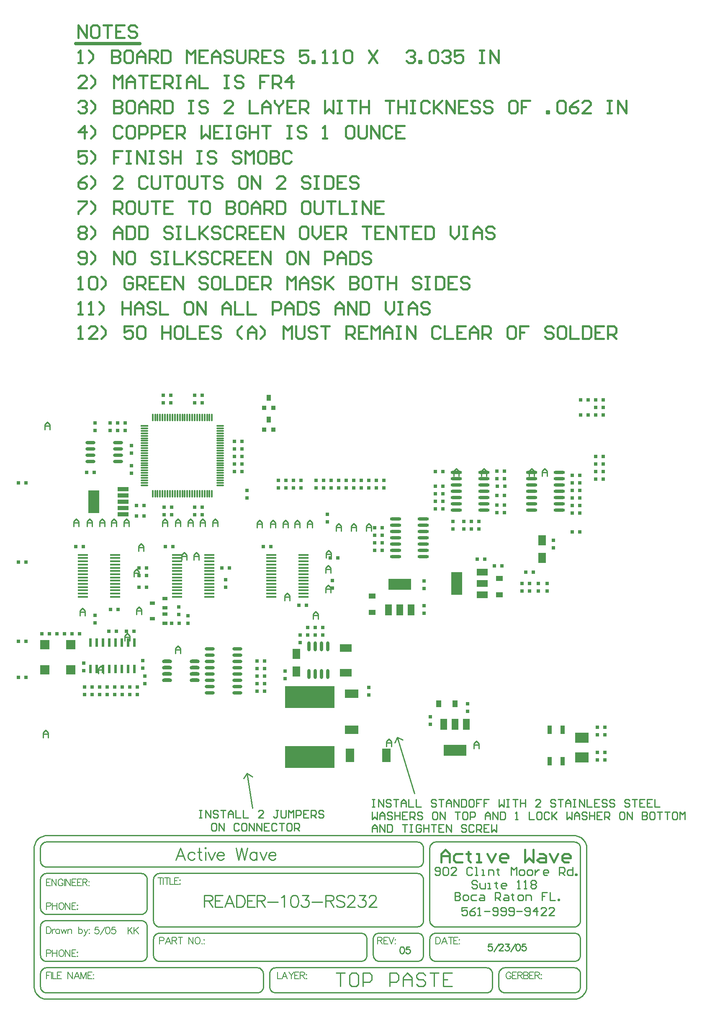
<source format=gtp>
%FSLAX24Y24*%
%MOIN*%
G70*
G01*
G75*
%ADD10C,0.0080*%
%ADD11R,0.0550X0.0400*%
%ADD12R,0.0300X0.0300*%
%ADD13R,0.0900X0.0550*%
%ADD14R,0.0900X0.1800*%
%ADD15R,0.0630X0.0118*%
%ADD16O,0.0630X0.0118*%
%ADD17O,0.0118X0.0630*%
%ADD18R,0.0780X0.0780*%
%ADD19R,0.0900X0.0350*%
%ADD20O,0.0800X0.0240*%
%ADD21R,0.0360X0.0500*%
%ADD22R,0.0360X0.0360*%
%ADD23R,0.1800X0.0900*%
%ADD24O,0.0900X0.0240*%
%ADD25R,0.0240X0.0700*%
%ADD26R,0.0800X0.0140*%
%ADD27O,0.0800X0.0300*%
%ADD28R,0.0400X0.0300*%
%ADD29R,0.1102X0.0790*%
%ADD30R,0.0550X0.0900*%
%ADD31R,0.0400X0.0550*%
%ADD32R,0.3949X0.1752*%
%ADD33R,0.0600X0.0800*%
%ADD34O,0.0240X0.0800*%
%ADD35R,0.0945X0.0591*%
%ADD36R,0.0350X0.0700*%
%ADD37R,0.1102X0.0709*%
%ADD38R,0.0709X0.1102*%
%ADD39C,0.0300*%
%ADD40C,0.0220*%
%ADD41C,0.0250*%
%ADD42C,0.0120*%
%ADD43C,0.0100*%
%ADD44C,0.0150*%
%ADD45C,0.0200*%
%ADD46C,0.0400*%
%ADD47C,0.0140*%
%ADD48C,0.0090*%
%ADD49C,0.0050*%
%ADD50R,0.0620X0.0620*%
%ADD51C,0.0620*%
%ADD52C,0.1967*%
%ADD53C,0.0650*%
%ADD54C,0.0550*%
%ADD55R,0.0650X0.0650*%
%ADD56R,0.0600X0.0600*%
%ADD57C,0.0600*%
%ADD58R,0.0520X0.0520*%
%ADD59C,0.0670*%
%ADD60C,0.2100*%
%ADD61C,0.1400*%
%ADD62C,0.1300*%
%ADD63C,0.1280*%
%ADD64C,0.0900*%
%ADD65C,0.0787*%
%ADD66R,0.0787X0.0787*%
%ADD67R,0.0850X0.0850*%
%ADD68C,0.0850*%
%ADD69C,0.0350*%
%ADD70C,0.0060*%
%ADD71C,0.0125*%
D10*
X83586Y46964D02*
X83332D01*
X83306Y46736D01*
X83332Y46761D01*
X83408Y46787D01*
X83484D01*
X83560Y46761D01*
X83611Y46711D01*
X83636Y46634D01*
Y46584D01*
X83611Y46507D01*
X83560Y46457D01*
X83484Y46431D01*
X83408D01*
X83332Y46457D01*
X83306Y46482D01*
X83281Y46533D01*
X83756Y46355D02*
X84111Y46964D01*
X84299D02*
X84223Y46939D01*
X84172Y46863D01*
X84147Y46736D01*
Y46660D01*
X84172Y46533D01*
X84223Y46457D01*
X84299Y46431D01*
X84350D01*
X84426Y46457D01*
X84477Y46533D01*
X84502Y46660D01*
Y46736D01*
X84477Y46863D01*
X84426Y46939D01*
X84350Y46964D01*
X84299D01*
X84926D02*
X84672D01*
X84647Y46736D01*
X84672Y46761D01*
X84748Y46787D01*
X84825D01*
X84901Y46761D01*
X84952Y46711D01*
X84977Y46634D01*
Y46584D01*
X84952Y46507D01*
X84901Y46457D01*
X84825Y46431D01*
X84748D01*
X84672Y46457D01*
X84647Y46482D01*
X84622Y46533D01*
X85934Y46964D02*
Y46431D01*
X86290Y46964D02*
X85934Y46609D01*
X86061Y46736D02*
X86290Y46431D01*
X86409Y46964D02*
Y46431D01*
X86765Y46964D02*
X86409Y46609D01*
X86536Y46736D02*
X86765Y46431D01*
D11*
X115499Y74684D02*
D03*
Y73384D02*
D03*
X105374Y71984D02*
D03*
Y73284D02*
D03*
D12*
X113749Y76234D02*
D03*
X114349D02*
D03*
X83299Y71159D02*
D03*
Y71759D02*
D03*
X82064Y70289D02*
D03*
X87199Y80494D02*
D03*
X86599D02*
D03*
X87199Y79644D02*
D03*
X86599D02*
D03*
X88799Y80344D02*
D03*
Y79744D02*
D03*
X86199Y83644D02*
D03*
Y83044D02*
D03*
X94399Y83194D02*
D03*
X94999D02*
D03*
X88749Y88644D02*
D03*
Y89244D02*
D03*
X91849Y88644D02*
D03*
Y89244D02*
D03*
X86199Y85244D02*
D03*
Y84644D02*
D03*
X89399Y80344D02*
D03*
Y79744D02*
D03*
X91249Y88644D02*
D03*
Y89244D02*
D03*
Y80344D02*
D03*
Y79744D02*
D03*
X89349Y88644D02*
D03*
Y89244D02*
D03*
X83229Y83134D02*
D03*
X82629D02*
D03*
X85699Y87044D02*
D03*
Y86444D02*
D03*
X94999Y83794D02*
D03*
X94399D02*
D03*
X94999Y84994D02*
D03*
X94399D02*
D03*
X94999Y85594D02*
D03*
X94399D02*
D03*
X85099Y86444D02*
D03*
Y87044D02*
D03*
X84499D02*
D03*
Y86444D02*
D03*
X83299D02*
D03*
Y87044D02*
D03*
X94399Y84394D02*
D03*
X94999D02*
D03*
X95399Y81694D02*
D03*
Y81094D02*
D03*
X91849Y80344D02*
D03*
Y79744D02*
D03*
X109524Y73884D02*
D03*
Y74484D02*
D03*
X118224Y75184D02*
D03*
X117324Y73684D02*
D03*
X81464Y70289D02*
D03*
X99699Y82483D02*
D03*
Y81883D02*
D03*
X99099D02*
D03*
Y82483D02*
D03*
X97899Y81883D02*
D03*
Y82483D02*
D03*
X106294Y81884D02*
D03*
Y82484D02*
D03*
X111824Y78634D02*
D03*
X115929Y82034D02*
D03*
X115919Y82634D02*
D03*
Y83234D02*
D03*
X110419Y80234D02*
D03*
X110424Y83184D02*
D03*
X96804Y66334D02*
D03*
Y66934D02*
D03*
Y67534D02*
D03*
Y68134D02*
D03*
X87423Y73985D02*
D03*
X81775Y77233D02*
D03*
X96724Y77234D02*
D03*
X88924D02*
D03*
X105574Y76934D02*
D03*
X86823Y74935D02*
D03*
X102196Y74512D02*
D03*
X79064Y70289D02*
D03*
X87094Y67539D02*
D03*
X93701Y74600D02*
D03*
X87274Y66909D02*
D03*
X106174Y78734D02*
D03*
X77224Y75984D02*
D03*
X77824D02*
D03*
X77224Y82284D02*
D03*
X77824D02*
D03*
X121924Y78392D02*
D03*
Y82292D02*
D03*
X123774Y82592D02*
D03*
Y83792D02*
D03*
X121924Y81092D02*
D03*
Y79892D02*
D03*
X121324Y82292D02*
D03*
X121924Y82892D02*
D03*
X123174Y83792D02*
D03*
X123774Y83192D02*
D03*
X121324Y81092D02*
D03*
Y81692D02*
D03*
Y78392D02*
D03*
X121924Y80492D02*
D03*
X123174Y82592D02*
D03*
Y83192D02*
D03*
X121324Y82892D02*
D03*
Y79892D02*
D03*
Y80492D02*
D03*
X121924Y81692D02*
D03*
X115919Y80534D02*
D03*
X121974Y88892D02*
D03*
Y87692D02*
D03*
X113269Y78634D02*
D03*
X110419Y81434D02*
D03*
X112669Y78634D02*
D03*
X110419Y80834D02*
D03*
X115319Y83234D02*
D03*
X115329Y82034D02*
D03*
X111019Y80834D02*
D03*
Y81434D02*
D03*
Y82034D02*
D03*
X110419D02*
D03*
X113269Y79234D02*
D03*
X112669D02*
D03*
X111824D02*
D03*
X115319Y82634D02*
D03*
X122574Y87692D02*
D03*
X123174D02*
D03*
X122574Y88892D02*
D03*
X123174D02*
D03*
X111019Y80234D02*
D03*
X123174Y84392D02*
D03*
X115319Y80534D02*
D03*
X123174Y88292D02*
D03*
X123774Y88892D02*
D03*
Y88292D02*
D03*
Y87692D02*
D03*
Y84392D02*
D03*
X115319Y79934D02*
D03*
X115919D02*
D03*
X111024Y83184D02*
D03*
X82486Y65444D02*
D03*
Y66044D02*
D03*
X83686Y65444D02*
D03*
Y66044D02*
D03*
X77224Y69684D02*
D03*
X77824D02*
D03*
Y66834D02*
D03*
X77224D02*
D03*
X89524Y77234D02*
D03*
X96204Y67534D02*
D03*
Y66334D02*
D03*
Y66934D02*
D03*
Y68134D02*
D03*
X87423Y74935D02*
D03*
X100149Y72559D02*
D03*
X83086Y65444D02*
D03*
Y66044D02*
D03*
X123924Y62242D02*
D03*
Y60842D02*
D03*
X119324Y73684D02*
D03*
X117924D02*
D03*
Y74284D02*
D03*
X106174Y78134D02*
D03*
Y77534D02*
D03*
X105574D02*
D03*
X106174Y76934D02*
D03*
X123324Y60842D02*
D03*
Y62242D02*
D03*
X105574Y78734D02*
D03*
Y78134D02*
D03*
X119324Y74284D02*
D03*
X82375Y77233D02*
D03*
X86823Y75535D02*
D03*
X87423D02*
D03*
X86823Y73985D02*
D03*
X89964Y71804D02*
D03*
Y72404D02*
D03*
X90014Y71104D02*
D03*
X89414D02*
D03*
X98499Y82483D02*
D03*
Y81883D02*
D03*
X84394Y70494D02*
D03*
X84994D02*
D03*
X87274Y66309D02*
D03*
X86394Y70494D02*
D03*
X85794D02*
D03*
X82394Y67944D02*
D03*
Y67344D02*
D03*
X87094Y68139D02*
D03*
X84286Y66044D02*
D03*
Y65444D02*
D03*
X84886Y66044D02*
D03*
Y65444D02*
D03*
X85486Y66044D02*
D03*
Y65444D02*
D03*
X86086Y66044D02*
D03*
Y65444D02*
D03*
X86686Y66044D02*
D03*
Y65444D02*
D03*
X93701Y74000D02*
D03*
X93423Y75535D02*
D03*
X94023D02*
D03*
X79664Y70289D02*
D03*
X80864D02*
D03*
X80264D02*
D03*
X97324Y77234D02*
D03*
X105694Y82484D02*
D03*
Y81884D02*
D03*
X105094Y82484D02*
D03*
Y81884D02*
D03*
X104494Y82484D02*
D03*
Y81884D02*
D03*
X103894D02*
D03*
Y82484D02*
D03*
X103294Y81884D02*
D03*
Y82484D02*
D03*
X102694D02*
D03*
X102094D02*
D03*
X101494Y81884D02*
D03*
Y82484D02*
D03*
X102649Y76334D02*
D03*
X102049D02*
D03*
X90699Y71704D02*
D03*
Y71104D02*
D03*
X102196Y73912D02*
D03*
X115099Y75684D02*
D03*
X118624Y74284D02*
D03*
Y73684D02*
D03*
X123924Y60242D02*
D03*
X123324D02*
D03*
X113869Y78634D02*
D03*
Y79234D02*
D03*
X100894Y81884D02*
D03*
Y82484D02*
D03*
X96204Y65734D02*
D03*
X96804D02*
D03*
X115319Y81284D02*
D03*
X115919D02*
D03*
X99549Y72559D02*
D03*
X110024Y63084D02*
D03*
Y63684D02*
D03*
X112974Y64734D02*
D03*
Y64134D02*
D03*
X109524Y71934D02*
D03*
Y72534D02*
D03*
X105124Y66034D02*
D03*
Y65434D02*
D03*
X98429Y67334D02*
D03*
Y66734D02*
D03*
X100829Y70784D02*
D03*
X101429D02*
D03*
X100829Y70184D02*
D03*
X101429D02*
D03*
X101794Y79184D02*
D03*
X100229Y70784D02*
D03*
Y70184D02*
D03*
X99629Y69584D02*
D03*
Y70184D02*
D03*
X119799Y77109D02*
D03*
Y77709D02*
D03*
X123324Y62842D02*
D03*
X123924D02*
D03*
X84549Y72209D02*
D03*
X85149D02*
D03*
X117624Y75184D02*
D03*
X117324Y74284D02*
D03*
X115699Y75684D02*
D03*
X102094Y81884D02*
D03*
X102694D02*
D03*
X101794Y79784D02*
D03*
D13*
X114149Y75184D02*
D03*
Y74284D02*
D03*
Y73384D02*
D03*
D14*
X112099Y74284D02*
D03*
X83199Y80794D02*
D03*
D15*
X87229Y86819D02*
D03*
D16*
Y86622D02*
D03*
Y86426D02*
D03*
Y86229D02*
D03*
Y86032D02*
D03*
Y85835D02*
D03*
Y85638D02*
D03*
Y85441D02*
D03*
Y85244D02*
D03*
Y85048D02*
D03*
Y84851D02*
D03*
Y84654D02*
D03*
Y84457D02*
D03*
Y84260D02*
D03*
Y84063D02*
D03*
Y83866D02*
D03*
Y83670D02*
D03*
Y83473D02*
D03*
Y83276D02*
D03*
Y83079D02*
D03*
Y82882D02*
D03*
Y82685D02*
D03*
Y82489D02*
D03*
Y82292D02*
D03*
Y82095D02*
D03*
X93292D02*
D03*
Y82292D02*
D03*
Y82489D02*
D03*
Y82685D02*
D03*
Y82882D02*
D03*
Y83079D02*
D03*
Y83276D02*
D03*
Y83473D02*
D03*
Y83670D02*
D03*
Y83866D02*
D03*
Y84063D02*
D03*
Y84260D02*
D03*
Y84457D02*
D03*
Y84654D02*
D03*
Y84851D02*
D03*
Y85048D02*
D03*
Y85244D02*
D03*
Y85441D02*
D03*
Y85638D02*
D03*
Y85835D02*
D03*
Y86032D02*
D03*
Y86229D02*
D03*
Y86426D02*
D03*
Y86622D02*
D03*
Y86819D02*
D03*
D17*
X87898Y81426D02*
D03*
X88095D02*
D03*
X88292D02*
D03*
X88489D02*
D03*
X88686D02*
D03*
X88883D02*
D03*
X89079D02*
D03*
X89276D02*
D03*
X89473D02*
D03*
X89670D02*
D03*
X89867D02*
D03*
X90064D02*
D03*
X90261Y81426D02*
D03*
X90457Y81426D02*
D03*
X90654D02*
D03*
X90851D02*
D03*
X91048D02*
D03*
X91245D02*
D03*
X91442D02*
D03*
X91638D02*
D03*
X91835D02*
D03*
X92032D02*
D03*
X92229D02*
D03*
X92426D02*
D03*
X92623D02*
D03*
Y87488D02*
D03*
X92426D02*
D03*
X92229D02*
D03*
X92032D02*
D03*
X91835D02*
D03*
X91638D02*
D03*
X91442D02*
D03*
X91245D02*
D03*
X91048D02*
D03*
X90851D02*
D03*
X90654D02*
D03*
X90457D02*
D03*
X90261D02*
D03*
X90064D02*
D03*
X89867D02*
D03*
X89670D02*
D03*
X89473D02*
D03*
X89276D02*
D03*
X89079D02*
D03*
X88883D02*
D03*
X88686D02*
D03*
X88489D02*
D03*
X88292D02*
D03*
X88095D02*
D03*
X87898D02*
D03*
D18*
X81374Y69409D02*
D03*
X79324D02*
D03*
X81374Y67409D02*
D03*
X79324D02*
D03*
D19*
X85549Y80794D02*
D03*
Y81794D02*
D03*
Y79794D02*
D03*
Y80294D02*
D03*
Y81294D02*
D03*
D20*
X85149Y85494D02*
D03*
Y84994D02*
D03*
Y84494D02*
D03*
Y83994D02*
D03*
X82949D02*
D03*
Y84494D02*
D03*
Y84994D02*
D03*
Y85494D02*
D03*
X92459Y69084D02*
D03*
Y68584D02*
D03*
Y68084D02*
D03*
Y67584D02*
D03*
Y67084D02*
D03*
Y66584D02*
D03*
Y66084D02*
D03*
Y65584D02*
D03*
X94659D02*
D03*
Y66084D02*
D03*
Y66584D02*
D03*
Y67084D02*
D03*
Y67584D02*
D03*
Y68084D02*
D03*
Y68584D02*
D03*
Y69084D02*
D03*
D21*
X97149Y89069D02*
D03*
Y87319D02*
D03*
D22*
X97519Y88269D02*
D03*
X96769D02*
D03*
X97519Y86519D02*
D03*
X96769D02*
D03*
D23*
X107574Y74234D02*
D03*
X111974Y61034D02*
D03*
D24*
X118074Y82134D02*
D03*
X112074D02*
D03*
X107229Y78434D02*
D03*
X120274Y82134D02*
D03*
X118074Y82634D02*
D03*
Y80634D02*
D03*
Y81134D02*
D03*
Y83134D02*
D03*
Y81634D02*
D03*
Y80134D02*
D03*
X120274Y82634D02*
D03*
Y83134D02*
D03*
Y81134D02*
D03*
Y81634D02*
D03*
Y80134D02*
D03*
Y80634D02*
D03*
X114274Y82634D02*
D03*
Y83134D02*
D03*
Y81134D02*
D03*
Y81634D02*
D03*
Y80134D02*
D03*
Y80634D02*
D03*
Y82134D02*
D03*
X112074Y80134D02*
D03*
Y82634D02*
D03*
Y80634D02*
D03*
Y81634D02*
D03*
Y83134D02*
D03*
Y81134D02*
D03*
X109429Y78934D02*
D03*
Y79434D02*
D03*
Y77434D02*
D03*
Y77934D02*
D03*
Y76434D02*
D03*
Y76934D02*
D03*
Y78434D02*
D03*
X107229Y76434D02*
D03*
Y78934D02*
D03*
Y76934D02*
D03*
Y77934D02*
D03*
Y79434D02*
D03*
Y77434D02*
D03*
D25*
X86444Y67494D02*
D03*
X85944D02*
D03*
X85444D02*
D03*
X84944D02*
D03*
X84444D02*
D03*
X83944D02*
D03*
X83444D02*
D03*
X82944D02*
D03*
Y69594D02*
D03*
X83444D02*
D03*
X83944D02*
D03*
X84444D02*
D03*
X84944D02*
D03*
X85444D02*
D03*
X85944D02*
D03*
X86444D02*
D03*
D26*
X92401Y74512D02*
D03*
X99901D02*
D03*
X89849Y76559D02*
D03*
Y74256D02*
D03*
X89843Y73999D02*
D03*
Y73743D02*
D03*
Y73487D02*
D03*
Y73231D02*
D03*
X92401Y73233D02*
D03*
Y73488D02*
D03*
Y73744D02*
D03*
Y74000D02*
D03*
Y74256D02*
D03*
X89849Y76303D02*
D03*
X92401Y74768D02*
D03*
Y75024D02*
D03*
Y75280D02*
D03*
Y75536D02*
D03*
Y75792D02*
D03*
Y76047D02*
D03*
Y76303D02*
D03*
Y76559D02*
D03*
X89849Y75792D02*
D03*
Y75536D02*
D03*
Y75280D02*
D03*
Y75024D02*
D03*
Y74768D02*
D03*
Y74512D02*
D03*
X97349Y76559D02*
D03*
Y74256D02*
D03*
X97343Y73999D02*
D03*
Y73743D02*
D03*
Y73487D02*
D03*
Y73231D02*
D03*
X99901Y73233D02*
D03*
Y73488D02*
D03*
Y73744D02*
D03*
Y74000D02*
D03*
Y74256D02*
D03*
X97349Y76303D02*
D03*
X99901Y74768D02*
D03*
Y75024D02*
D03*
Y75280D02*
D03*
Y75536D02*
D03*
Y75792D02*
D03*
Y76047D02*
D03*
Y76303D02*
D03*
Y76559D02*
D03*
X97349Y76047D02*
D03*
Y75792D02*
D03*
Y75536D02*
D03*
Y75280D02*
D03*
Y75024D02*
D03*
Y74768D02*
D03*
Y74512D02*
D03*
X82349Y76559D02*
D03*
Y74256D02*
D03*
X82343Y73487D02*
D03*
Y73231D02*
D03*
X84901Y73233D02*
D03*
Y73744D02*
D03*
Y74000D02*
D03*
Y74256D02*
D03*
X82349Y76303D02*
D03*
X84901Y74768D02*
D03*
Y75024D02*
D03*
Y75280D02*
D03*
Y75536D02*
D03*
Y75792D02*
D03*
Y76047D02*
D03*
Y76303D02*
D03*
Y76559D02*
D03*
X82349Y75280D02*
D03*
Y74768D02*
D03*
Y74512D02*
D03*
Y75792D02*
D03*
Y75024D02*
D03*
Y75536D02*
D03*
Y76047D02*
D03*
X82343Y73999D02*
D03*
Y73743D02*
D03*
X84901Y74512D02*
D03*
Y73488D02*
D03*
X89849Y76047D02*
D03*
D27*
X91254Y68084D02*
D03*
Y67584D02*
D03*
Y67084D02*
D03*
Y66584D02*
D03*
X89054D02*
D03*
Y67084D02*
D03*
Y67584D02*
D03*
Y68084D02*
D03*
D28*
X88864Y71844D02*
D03*
Y71104D02*
D03*
X87874Y71474D02*
D03*
X88864Y73094D02*
D03*
Y72354D02*
D03*
X87874Y72724D02*
D03*
D29*
X122074Y60442D02*
D03*
Y62022D02*
D03*
D30*
X112874Y63084D02*
D03*
X111974D02*
D03*
X111074D02*
D03*
X106674Y72184D02*
D03*
X107574D02*
D03*
X108474D02*
D03*
D31*
X110674Y64734D02*
D03*
X111974D02*
D03*
D32*
X100398Y65244D02*
D03*
Y60494D02*
D03*
D33*
X99329Y67284D02*
D03*
Y68684D02*
D03*
X118899Y77709D02*
D03*
Y76309D02*
D03*
D34*
X100329Y69284D02*
D03*
X100829D02*
D03*
X101329D02*
D03*
X101829D02*
D03*
Y67084D02*
D03*
X101329D02*
D03*
X100829D02*
D03*
X100329D02*
D03*
D35*
X103279Y69153D02*
D03*
Y67184D02*
D03*
D36*
X120528Y60162D02*
D03*
X119524D02*
D03*
Y62642D02*
D03*
X120528Y62662D02*
D03*
D37*
X103749Y65534D02*
D03*
Y62660D02*
D03*
D38*
X103625Y60634D02*
D03*
X106499D02*
D03*
D41*
X81762Y117224D02*
X86862D01*
D43*
X102499Y43307D02*
X103210D01*
X102854D01*
Y42241D01*
X104098Y43307D02*
X103743D01*
X103565Y43129D01*
Y42418D01*
X103743Y42241D01*
X104098D01*
X104276Y42418D01*
Y43129D01*
X104098Y43307D01*
X104632Y42241D02*
Y43307D01*
X105165D01*
X105342Y43129D01*
Y42774D01*
X105165Y42596D01*
X104632D01*
X106764Y42241D02*
Y43307D01*
X107297D01*
X107475Y43129D01*
Y42774D01*
X107297Y42596D01*
X106764D01*
X107830Y42241D02*
Y42951D01*
X108186Y43307D01*
X108541Y42951D01*
Y42241D01*
Y42774D01*
X107830D01*
X109608Y43129D02*
X109430Y43307D01*
X109075D01*
X108897Y43129D01*
Y42951D01*
X109075Y42774D01*
X109430D01*
X109608Y42596D01*
Y42418D01*
X109430Y42241D01*
X109075D01*
X108897Y42418D01*
X109963Y43307D02*
X110674D01*
X110319D01*
Y42241D01*
X111740Y43307D02*
X111029D01*
Y42241D01*
X111740D01*
X111029Y42774D02*
X111385D01*
X96701Y43242D02*
X96692Y43339D01*
X96663Y43433D01*
X96617Y43520D01*
X96555Y43595D01*
X96479Y43658D01*
X96393Y43704D01*
X96299Y43732D01*
X96201Y43742D01*
X96213Y41742D02*
X96310Y41750D01*
X96403Y41777D01*
X96489Y41823D01*
X96564Y41885D01*
X96624Y41961D01*
X96669Y42048D01*
X96695Y42142D01*
X96701Y42239D01*
X97701Y43742D02*
X97604Y43732D01*
X97510Y43704D01*
X97423Y43658D01*
X97348Y43595D01*
X97285Y43520D01*
X97239Y43433D01*
X97211Y43339D01*
X97201Y43242D01*
Y42242D02*
X97211Y42145D01*
X97238Y42052D01*
X97284Y41967D01*
X97345Y41891D01*
X97419Y41829D01*
X97504Y41782D01*
X97596Y41753D01*
X97692Y41742D01*
X114951Y43242D02*
X114942Y43339D01*
X114913Y43433D01*
X114867Y43520D01*
X114805Y43595D01*
X114729Y43658D01*
X114643Y43704D01*
X114549Y43732D01*
X114451Y43742D01*
X114463Y41742D02*
X114560Y41750D01*
X114653Y41777D01*
X114739Y41823D01*
X114814Y41885D01*
X114874Y41961D01*
X114919Y42048D01*
X114945Y42142D01*
X114951Y42239D01*
X115451Y42232D02*
X115461Y42135D01*
X115489Y42042D01*
X115536Y41957D01*
X115598Y41882D01*
X115673Y41821D01*
X115760Y41777D01*
X115853Y41750D01*
X115950Y41742D01*
X115951Y43742D02*
X115854Y43732D01*
X115760Y43704D01*
X115673Y43658D01*
X115598Y43595D01*
X115535Y43520D01*
X115489Y43433D01*
X115461Y43339D01*
X115451Y43242D01*
X87451Y50752D02*
X87442Y50847D01*
X87414Y50939D01*
X87369Y51024D01*
X87308Y51098D01*
X87233Y51159D01*
X87149Y51205D01*
X87057Y51232D01*
X86961Y51242D01*
X86971Y47992D02*
X87065Y48001D01*
X87155Y48028D01*
X87238Y48073D01*
X87311Y48132D01*
X87370Y48205D01*
X87415Y48288D01*
X87442Y48378D01*
X87451Y48472D01*
Y47002D02*
X87441Y47099D01*
X87412Y47193D01*
X87365Y47279D01*
X87302Y47354D01*
X87224Y47415D01*
X87137Y47459D01*
X87042Y47485D01*
X86944Y47491D01*
X87951Y47482D02*
X87961Y47386D01*
X87988Y47294D01*
X88034Y47210D01*
X88095Y47135D01*
X88169Y47074D01*
X88254Y47029D01*
X88346Y47001D01*
X88441Y46992D01*
X87951Y44732D02*
X87961Y44636D01*
X87988Y44544D01*
X88034Y44460D01*
X88095Y44385D01*
X88169Y44324D01*
X88254Y44279D01*
X88346Y44251D01*
X88441Y44242D01*
X86961D02*
X87057Y44251D01*
X87149Y44279D01*
X87233Y44324D01*
X87308Y44385D01*
X87369Y44460D01*
X87414Y44544D01*
X87442Y44636D01*
X87451Y44732D01*
X104951Y46002D02*
X104942Y46097D01*
X104914Y46189D01*
X104869Y46274D01*
X104808Y46348D01*
X104733Y46409D01*
X104649Y46455D01*
X104557Y46482D01*
X104461Y46492D01*
Y44242D02*
X104558Y44251D01*
X104651Y44280D01*
X104736Y44326D01*
X104811Y44388D01*
X104872Y44464D01*
X104916Y44550D01*
X104943Y44644D01*
X104951Y44740D01*
X105451Y44752D02*
X105461Y44653D01*
X105489Y44559D01*
X105535Y44471D01*
X105597Y44394D01*
X105673Y44331D01*
X105760Y44283D01*
X105854Y44253D01*
X105952Y44242D01*
X105931Y46492D02*
X105834Y46482D01*
X105742Y46453D01*
X105657Y46406D01*
X105583Y46342D01*
X105524Y46265D01*
X105481Y46178D01*
X105457Y46084D01*
X105452Y45987D01*
X88451Y46492D02*
X88354Y46482D01*
X88260Y46454D01*
X88173Y46408D01*
X88098Y46345D01*
X88035Y46270D01*
X87989Y46183D01*
X87961Y46089D01*
X87951Y45992D01*
X88451Y51242D02*
X88354Y51232D01*
X88260Y51204D01*
X88173Y51158D01*
X88098Y51095D01*
X88035Y51020D01*
X87989Y50933D01*
X87961Y50839D01*
X87951Y50742D01*
X78951Y44742D02*
X78961Y44645D01*
X78988Y44552D01*
X79034Y44467D01*
X79095Y44391D01*
X79169Y44329D01*
X79254Y44282D01*
X79346Y44253D01*
X79442Y44242D01*
X79451Y47492D02*
X79354Y47482D01*
X79260Y47454D01*
X79173Y47408D01*
X79098Y47345D01*
X79035Y47270D01*
X78989Y47183D01*
X78961Y47089D01*
X78951Y46992D01*
Y48492D02*
X78961Y48394D01*
X78989Y48300D01*
X79035Y48214D01*
X79098Y48138D01*
X79173Y48076D01*
X79260Y48030D01*
X79354Y48001D01*
X79451Y47992D01*
Y51242D02*
X79354Y51232D01*
X79260Y51204D01*
X79173Y51158D01*
X79098Y51095D01*
X79035Y51020D01*
X78989Y50933D01*
X78961Y50839D01*
X78951Y50742D01*
Y52242D02*
X78961Y52144D01*
X78989Y52050D01*
X79035Y51964D01*
X79098Y51888D01*
X79173Y51826D01*
X79260Y51780D01*
X79354Y51751D01*
X79451Y51742D01*
Y53742D02*
X79354Y53732D01*
X79260Y53704D01*
X79173Y53658D01*
X79098Y53595D01*
X79035Y53520D01*
X78989Y53433D01*
X78961Y53339D01*
X78951Y53242D01*
X109451D02*
X109442Y53339D01*
X109413Y53433D01*
X109367Y53520D01*
X109305Y53595D01*
X109229Y53658D01*
X109143Y53704D01*
X109049Y53732D01*
X108951Y53742D01*
X110451D02*
X110354Y53732D01*
X110260Y53704D01*
X110173Y53658D01*
X110098Y53595D01*
X110035Y53520D01*
X109989Y53433D01*
X109961Y53339D01*
X109951Y53242D01*
X108951Y51742D02*
X109049Y51751D01*
X109143Y51780D01*
X109229Y51826D01*
X109305Y51888D01*
X109367Y51964D01*
X109413Y52050D01*
X109442Y52144D01*
X109451Y52242D01*
Y50742D02*
X109442Y50839D01*
X109413Y50933D01*
X109367Y51020D01*
X109305Y51095D01*
X109229Y51158D01*
X109143Y51204D01*
X109049Y51232D01*
X108951Y51242D01*
X79451Y43742D02*
X79354Y43732D01*
X79260Y43704D01*
X79173Y43658D01*
X79098Y43595D01*
X79035Y43520D01*
X78989Y43433D01*
X78961Y43339D01*
X78951Y43242D01*
X108960Y46992D02*
X109056Y47003D01*
X109149Y47032D01*
X109234Y47079D01*
X109308Y47141D01*
X109369Y47217D01*
X109414Y47302D01*
X109442Y47395D01*
X109451Y47492D01*
X78951Y42242D02*
X78961Y42145D01*
X78988Y42052D01*
X79034Y41967D01*
X79095Y41891D01*
X79169Y41829D01*
X79254Y41782D01*
X79346Y41753D01*
X79442Y41742D01*
X109451Y46002D02*
X109442Y46097D01*
X109414Y46189D01*
X109369Y46274D01*
X109308Y46348D01*
X109233Y46409D01*
X109149Y46455D01*
X109057Y46482D01*
X108961Y46492D01*
X109951Y44732D02*
X109961Y44635D01*
X109989Y44542D01*
X110036Y44457D01*
X110098Y44382D01*
X110173Y44321D01*
X110260Y44277D01*
X110353Y44250D01*
X110450Y44242D01*
X108951Y44242D02*
X109049Y44251D01*
X109143Y44280D01*
X109229Y44326D01*
X109305Y44388D01*
X109367Y44464D01*
X109413Y44550D01*
X109442Y44644D01*
X109451Y44742D01*
X121451Y41742D02*
X121549Y41751D01*
X121643Y41780D01*
X121729Y41826D01*
X121805Y41888D01*
X121867Y41964D01*
X121913Y42050D01*
X121942Y42144D01*
X121951Y42242D01*
X121951Y43251D02*
X121940Y43347D01*
X121911Y43439D01*
X121864Y43524D01*
X121802Y43598D01*
X121726Y43659D01*
X121641Y43705D01*
X121548Y43733D01*
X121451Y43742D01*
Y44242D02*
X121549Y44251D01*
X121643Y44280D01*
X121729Y44326D01*
X121805Y44388D01*
X121867Y44464D01*
X121913Y44550D01*
X121942Y44644D01*
X121951Y44742D01*
Y53252D02*
X121941Y53349D01*
X121912Y53443D01*
X121865Y53529D01*
X121802Y53604D01*
X121724Y53665D01*
X121637Y53709D01*
X121542Y53735D01*
X121444Y53741D01*
X122451Y53242D02*
X122446Y53340D01*
X122432Y53437D01*
X122408Y53532D01*
X122375Y53624D01*
X122333Y53713D01*
X122283Y53797D01*
X122224Y53876D01*
X122158Y53949D01*
X122086Y54015D01*
X122007Y54073D01*
X121923Y54124D01*
X121834Y54166D01*
X121741Y54199D01*
X121646Y54223D01*
X121549Y54237D01*
X121451Y54242D01*
Y41242D02*
X121549Y41247D01*
X121646Y41261D01*
X121741Y41285D01*
X121834Y41318D01*
X121923Y41360D01*
X122007Y41410D01*
X122086Y41469D01*
X122158Y41535D01*
X122224Y41607D01*
X122283Y41686D01*
X122333Y41770D01*
X122375Y41859D01*
X122408Y41952D01*
X122432Y42047D01*
X122446Y42144D01*
X122451Y42242D01*
X78451Y42252D02*
X78456Y42154D01*
X78470Y42057D01*
X78494Y41962D01*
X78526Y41869D01*
X78568Y41781D01*
X78618Y41696D01*
X78676Y41617D01*
X78741Y41544D01*
X78813Y41477D01*
X78891Y41418D01*
X78974Y41367D01*
X79062Y41324D01*
X79154Y41290D01*
X79249Y41264D01*
X79346Y41248D01*
X79444Y41242D01*
X79451Y54242D02*
X79353Y54237D01*
X79256Y54223D01*
X79161Y54199D01*
X79069Y54166D01*
X78980Y54124D01*
X78896Y54073D01*
X78817Y54015D01*
X78744Y53949D01*
X78678Y53876D01*
X78620Y53797D01*
X78569Y53713D01*
X78527Y53624D01*
X78494Y53532D01*
X78470Y53437D01*
X78456Y53340D01*
X78451Y53242D01*
X109951Y47492D02*
X109961Y47394D01*
X109989Y47300D01*
X110035Y47214D01*
X110098Y47138D01*
X110173Y47076D01*
X110260Y47030D01*
X110354Y47001D01*
X110451Y46992D01*
X121451D02*
X121549Y47001D01*
X121643Y47030D01*
X121729Y47076D01*
X121805Y47138D01*
X121867Y47214D01*
X121913Y47300D01*
X121942Y47394D01*
X121951Y47492D01*
X110451Y46492D02*
X110354Y46482D01*
X110260Y46454D01*
X110173Y46408D01*
X110098Y46345D01*
X110035Y46270D01*
X109989Y46183D01*
X109961Y46089D01*
X109951Y45992D01*
X121951Y46002D02*
X121942Y46097D01*
X121914Y46189D01*
X121869Y46274D01*
X121808Y46348D01*
X121733Y46409D01*
X121649Y46455D01*
X121557Y46482D01*
X121461Y46492D01*
X97701Y41742D02*
X114451D01*
X79451D02*
X96201D01*
X79451Y43742D02*
X96201D01*
X97701D02*
X114451D01*
X115951Y41742D02*
X121451D01*
X115951Y43742D02*
X121451D01*
X79451Y53742D02*
X108951D01*
X79451Y41242D02*
X121451D01*
X79451Y54242D02*
X121451D01*
X79451Y44242D02*
X86951D01*
X79451Y47492D02*
X86951D01*
X79451Y47992D02*
X86951D01*
X79451Y51242D02*
X86951D01*
X79451Y51742D02*
X108951D01*
X88451Y51242D02*
X108951D01*
X88451Y46492D02*
X104451D01*
X88451Y44242D02*
X104451D01*
X105951D02*
X108951D01*
X105951Y46492D02*
X108951D01*
X110451Y44242D02*
X121451D01*
X110451Y53742D02*
X121451D01*
X88451Y46992D02*
X108951D01*
X110451D02*
X121451D01*
X110451Y46492D02*
X121451D01*
X96701Y42242D02*
Y43242D01*
X97201Y42242D02*
Y43242D01*
X114951Y42242D02*
Y43242D01*
X115451Y42242D02*
Y43242D01*
X122451Y42242D02*
Y53242D01*
X78951Y44742D02*
Y46992D01*
X87451Y44742D02*
Y46992D01*
X78951Y48492D02*
Y50742D01*
X87451Y48492D02*
Y50742D01*
X78951Y52242D02*
Y53242D01*
X109451Y52242D02*
Y53242D01*
Y47492D02*
Y50742D01*
X87951Y47492D02*
Y50742D01*
X104951Y44742D02*
Y45992D01*
X87951Y44742D02*
Y45992D01*
X105451Y44742D02*
Y45992D01*
X109451Y44742D02*
Y45992D01*
X121951Y42242D02*
Y43242D01*
X78951Y42242D02*
Y43242D01*
X78451Y42242D02*
Y53242D01*
X109951Y47492D02*
Y53242D01*
X121951Y47492D02*
Y53242D01*
X109951Y44742D02*
Y45992D01*
X121951Y44742D02*
Y46002D01*
X113739Y50567D02*
X113632Y50673D01*
X113419D01*
X113312Y50567D01*
Y50460D01*
X113419Y50353D01*
X113632D01*
X113739Y50247D01*
Y50140D01*
X113632Y50034D01*
X113419D01*
X113312Y50140D01*
X113952Y50460D02*
Y50140D01*
X114058Y50034D01*
X114378D01*
Y50460D01*
X114592Y50034D02*
X114805D01*
X114698D01*
Y50460D01*
X114592D01*
X115231Y50567D02*
Y50460D01*
X115125D01*
X115338D01*
X115231D01*
Y50140D01*
X115338Y50034D01*
X115978D02*
X115765D01*
X115658Y50140D01*
Y50353D01*
X115765Y50460D01*
X115978D01*
X116084Y50353D01*
Y50247D01*
X115658D01*
X116937Y50034D02*
X117151D01*
X117044D01*
Y50673D01*
X116937Y50567D01*
X117471Y50034D02*
X117684D01*
X117577D01*
Y50673D01*
X117471Y50567D01*
X118004D02*
X118110Y50673D01*
X118324D01*
X118430Y50567D01*
Y50460D01*
X118324Y50353D01*
X118430Y50247D01*
Y50140D01*
X118324Y50034D01*
X118110D01*
X118004Y50140D01*
Y50247D01*
X118110Y50353D01*
X118004Y50460D01*
Y50567D01*
X118110Y50353D02*
X118324D01*
X112939Y48523D02*
X112512D01*
Y48203D01*
X112725Y48310D01*
X112832D01*
X112939Y48203D01*
Y47990D01*
X112832Y47884D01*
X112619D01*
X112512Y47990D01*
X113578Y48523D02*
X113365Y48417D01*
X113152Y48203D01*
Y47990D01*
X113258Y47884D01*
X113472D01*
X113578Y47990D01*
Y48097D01*
X113472Y48203D01*
X113152D01*
X113792Y47884D02*
X114005D01*
X113898D01*
Y48523D01*
X113792Y48417D01*
X114325Y48203D02*
X114751D01*
X114965Y47990D02*
X115071Y47884D01*
X115284D01*
X115391Y47990D01*
Y48417D01*
X115284Y48523D01*
X115071D01*
X114965Y48417D01*
Y48310D01*
X115071Y48203D01*
X115391D01*
X115604Y47990D02*
X115711Y47884D01*
X115924D01*
X116031Y47990D01*
Y48417D01*
X115924Y48523D01*
X115711D01*
X115604Y48417D01*
Y48310D01*
X115711Y48203D01*
X116031D01*
X116244Y47990D02*
X116351Y47884D01*
X116564D01*
X116671Y47990D01*
Y48417D01*
X116564Y48523D01*
X116351D01*
X116244Y48417D01*
Y48310D01*
X116351Y48203D01*
X116671D01*
X116884D02*
X117310D01*
X117524Y47990D02*
X117630Y47884D01*
X117844D01*
X117950Y47990D01*
Y48417D01*
X117844Y48523D01*
X117630D01*
X117524Y48417D01*
Y48310D01*
X117630Y48203D01*
X117950D01*
X118483Y47884D02*
Y48523D01*
X118163Y48203D01*
X118590D01*
X119230Y47884D02*
X118803D01*
X119230Y48310D01*
Y48417D01*
X119123Y48523D01*
X118910D01*
X118803Y48417D01*
X119870Y47884D02*
X119443D01*
X119870Y48310D01*
Y48417D01*
X119763Y48523D01*
X119550D01*
X119443Y48417D01*
X110362Y51190D02*
X110469Y51084D01*
X110682D01*
X110789Y51190D01*
Y51617D01*
X110682Y51723D01*
X110469D01*
X110362Y51617D01*
Y51510D01*
X110469Y51403D01*
X110789D01*
X111002Y51617D02*
X111108Y51723D01*
X111322D01*
X111428Y51617D01*
Y51190D01*
X111322Y51084D01*
X111108D01*
X111002Y51190D01*
Y51617D01*
X112068Y51084D02*
X111642D01*
X112068Y51510D01*
Y51617D01*
X111961Y51723D01*
X111748D01*
X111642Y51617D01*
X113348D02*
X113241Y51723D01*
X113028D01*
X112921Y51617D01*
Y51190D01*
X113028Y51084D01*
X113241D01*
X113348Y51190D01*
X113561Y51084D02*
X113774D01*
X113668D01*
Y51723D01*
X113561D01*
X114094Y51084D02*
X114307D01*
X114201D01*
Y51510D01*
X114094D01*
X114627Y51084D02*
Y51510D01*
X114947D01*
X115054Y51403D01*
Y51084D01*
X115374Y51617D02*
Y51510D01*
X115267D01*
X115480D01*
X115374D01*
Y51190D01*
X115480Y51084D01*
X116440D02*
Y51723D01*
X116653Y51510D01*
X116867Y51723D01*
Y51084D01*
X117186D02*
X117400D01*
X117506Y51190D01*
Y51403D01*
X117400Y51510D01*
X117186D01*
X117080Y51403D01*
Y51190D01*
X117186Y51084D01*
X117826D02*
X118040D01*
X118146Y51190D01*
Y51403D01*
X118040Y51510D01*
X117826D01*
X117720Y51403D01*
Y51190D01*
X117826Y51084D01*
X118359Y51510D02*
Y51084D01*
Y51297D01*
X118466Y51403D01*
X118573Y51510D01*
X118679D01*
X119319Y51084D02*
X119106D01*
X118999Y51190D01*
Y51403D01*
X119106Y51510D01*
X119319D01*
X119426Y51403D01*
Y51297D01*
X118999D01*
X120279Y51084D02*
Y51723D01*
X120599D01*
X120705Y51617D01*
Y51403D01*
X120599Y51297D01*
X120279D01*
X120492D02*
X120705Y51084D01*
X121345Y51723D02*
Y51084D01*
X121025D01*
X120919Y51190D01*
Y51403D01*
X121025Y51510D01*
X121345D01*
X121558Y51084D02*
Y51190D01*
X121665D01*
Y51084D01*
X121558D01*
X111962Y49723D02*
Y49084D01*
X112282D01*
X112389Y49190D01*
Y49297D01*
X112282Y49403D01*
X111962D01*
X112282D01*
X112389Y49510D01*
Y49617D01*
X112282Y49723D01*
X111962D01*
X112708Y49084D02*
X112922D01*
X113028Y49190D01*
Y49403D01*
X112922Y49510D01*
X112708D01*
X112602Y49403D01*
Y49190D01*
X112708Y49084D01*
X113668Y49510D02*
X113348D01*
X113242Y49403D01*
Y49190D01*
X113348Y49084D01*
X113668D01*
X113988Y49510D02*
X114201D01*
X114308Y49403D01*
Y49084D01*
X113988D01*
X113881Y49190D01*
X113988Y49297D01*
X114308D01*
X115161Y49084D02*
Y49723D01*
X115481D01*
X115587Y49617D01*
Y49403D01*
X115481Y49297D01*
X115161D01*
X115374D02*
X115587Y49084D01*
X115907Y49510D02*
X116121D01*
X116227Y49403D01*
Y49084D01*
X115907D01*
X115801Y49190D01*
X115907Y49297D01*
X116227D01*
X116547Y49617D02*
Y49510D01*
X116441D01*
X116654D01*
X116547D01*
Y49190D01*
X116654Y49084D01*
X117080D02*
X117294D01*
X117400Y49190D01*
Y49403D01*
X117294Y49510D01*
X117080D01*
X116974Y49403D01*
Y49190D01*
X117080Y49084D01*
X117613D02*
Y49510D01*
X117933D01*
X118040Y49403D01*
Y49084D01*
X119320Y49723D02*
X118893D01*
Y49403D01*
X119106D01*
X118893D01*
Y49084D01*
X119533Y49723D02*
Y49084D01*
X119959D01*
X120173D02*
Y49190D01*
X120279D01*
Y49084D01*
X120173D01*
X95424Y59192D02*
X95829Y56434D01*
X95424Y59192D02*
X95829Y58908D01*
X95140Y58787D02*
X95424Y59192D01*
X107374Y62059D02*
X108754Y57584D01*
X107374Y62059D02*
X107823Y61850D01*
X107165Y61611D02*
X107374Y62059D01*
X91624Y56259D02*
X91824D01*
X91724D01*
Y55659D01*
X91624D01*
X91824D01*
X92124D02*
Y56259D01*
X92524Y55659D01*
Y56259D01*
X93124Y56159D02*
X93024Y56259D01*
X92824D01*
X92724Y56159D01*
Y56059D01*
X92824Y55959D01*
X93024D01*
X93124Y55859D01*
Y55759D01*
X93024Y55659D01*
X92824D01*
X92724Y55759D01*
X93323Y56259D02*
X93723D01*
X93523D01*
Y55659D01*
X93923D02*
Y56059D01*
X94123Y56259D01*
X94323Y56059D01*
Y55659D01*
Y55959D01*
X93923D01*
X94523Y56259D02*
Y55659D01*
X94923D01*
X95123Y56259D02*
Y55659D01*
X95523D01*
X96722D02*
X96323D01*
X96722Y56059D01*
Y56159D01*
X96622Y56259D01*
X96422D01*
X96323Y56159D01*
X97922Y56259D02*
X97722D01*
X97822D01*
Y55759D01*
X97722Y55659D01*
X97622D01*
X97522Y55759D01*
X98122Y56259D02*
Y55759D01*
X98222Y55659D01*
X98422D01*
X98522Y55759D01*
Y56259D01*
X98722Y55659D02*
Y56259D01*
X98922Y56059D01*
X99122Y56259D01*
Y55659D01*
X99322D02*
Y56259D01*
X99621D01*
X99721Y56159D01*
Y55959D01*
X99621Y55859D01*
X99322D01*
X100321Y56259D02*
X99921D01*
Y55659D01*
X100321D01*
X99921Y55959D02*
X100121D01*
X100521Y55659D02*
Y56259D01*
X100821D01*
X100921Y56159D01*
Y55959D01*
X100821Y55859D01*
X100521D01*
X100721D02*
X100921Y55659D01*
X101521Y56159D02*
X101421Y56259D01*
X101221D01*
X101121Y56159D01*
Y56059D01*
X101221Y55959D01*
X101421D01*
X101521Y55859D01*
Y55759D01*
X101421Y55659D01*
X101221D01*
X101121Y55759D01*
X92874Y55209D02*
X92674D01*
X92574Y55109D01*
Y54709D01*
X92674Y54609D01*
X92874D01*
X92974Y54709D01*
Y55109D01*
X92874Y55209D01*
X93174Y54609D02*
Y55209D01*
X93574Y54609D01*
Y55209D01*
X94773Y55109D02*
X94673Y55209D01*
X94473D01*
X94373Y55109D01*
Y54709D01*
X94473Y54609D01*
X94673D01*
X94773Y54709D01*
X95273Y55209D02*
X95073D01*
X94973Y55109D01*
Y54709D01*
X95073Y54609D01*
X95273D01*
X95373Y54709D01*
Y55109D01*
X95273Y55209D01*
X95573Y54609D02*
Y55209D01*
X95973Y54609D01*
Y55209D01*
X96173Y54609D02*
Y55209D01*
X96573Y54609D01*
Y55209D01*
X97173D02*
X96773D01*
Y54609D01*
X97173D01*
X96773Y54909D02*
X96973D01*
X97772Y55109D02*
X97672Y55209D01*
X97472D01*
X97372Y55109D01*
Y54709D01*
X97472Y54609D01*
X97672D01*
X97772Y54709D01*
X97972Y55209D02*
X98372D01*
X98172D01*
Y54609D01*
X98872Y55209D02*
X98672D01*
X98572Y55109D01*
Y54709D01*
X98672Y54609D01*
X98872D01*
X98972Y54709D01*
Y55109D01*
X98872Y55209D01*
X99172Y54609D02*
Y55209D01*
X99472D01*
X99572Y55109D01*
Y54909D01*
X99472Y54809D01*
X99172D01*
X99372D02*
X99572Y54609D01*
X82124Y71709D02*
Y72109D01*
X82324Y72309D01*
X82524Y72109D01*
Y71709D01*
Y72009D01*
X82124D01*
X85674Y69709D02*
Y70109D01*
X85874Y70309D01*
X86074Y70109D01*
Y69709D01*
Y70009D01*
X85674D01*
X86624Y71809D02*
Y72209D01*
X86824Y72409D01*
X87024Y72209D01*
Y71809D01*
Y72109D01*
X86624D01*
X89724Y68709D02*
Y69109D01*
X89924Y69309D01*
X90124Y69109D01*
Y68709D01*
Y69009D01*
X89724D01*
X86424Y74809D02*
Y75209D01*
X86624Y75409D01*
X86824Y75209D01*
Y74809D01*
Y75109D01*
X86424D01*
X86774Y76859D02*
Y77259D01*
X86974Y77459D01*
X87174Y77259D01*
Y76859D01*
Y77159D01*
X86774D01*
X90224Y76159D02*
Y76559D01*
X90424Y76759D01*
X90624Y76559D01*
Y76159D01*
Y76459D01*
X90224D01*
X91174Y76159D02*
Y76559D01*
X91374Y76759D01*
X91574Y76559D01*
Y76159D01*
Y76459D01*
X91174D01*
X98424Y72909D02*
Y73309D01*
X98624Y73509D01*
X98824Y73309D01*
Y72909D01*
Y73209D01*
X98424D01*
X100674Y71459D02*
Y71859D01*
X100874Y72059D01*
X101074Y71859D01*
Y71459D01*
Y71759D01*
X100674D01*
X101674Y73559D02*
Y73959D01*
X101874Y74159D01*
X102074Y73959D01*
Y73559D01*
Y73859D01*
X101674D01*
Y75109D02*
Y75509D01*
X101874Y75709D01*
X102074Y75509D01*
Y75109D01*
Y75409D01*
X101674D01*
X101724Y76309D02*
Y76709D01*
X101924Y76909D01*
X102124Y76709D01*
Y76309D01*
Y76609D01*
X101724D01*
X102524Y78459D02*
Y78859D01*
X102724Y79059D01*
X102924Y78859D01*
Y78459D01*
Y78759D01*
X102524D01*
X103724Y78459D02*
Y78859D01*
X103924Y79059D01*
X104124Y78859D01*
Y78459D01*
Y78759D01*
X103724D01*
X104924Y78459D02*
Y78859D01*
X105124Y79059D01*
X105324Y78859D01*
Y78459D01*
Y78759D01*
X104924D01*
X111874Y82809D02*
Y83209D01*
X112074Y83409D01*
X112274Y83209D01*
Y82809D01*
Y83109D01*
X111874D01*
X114074Y82809D02*
Y83209D01*
X114274Y83409D01*
X114474Y83209D01*
Y82809D01*
Y83109D01*
X114074D01*
X117874Y82809D02*
Y83209D01*
X118074Y83409D01*
X118274Y83209D01*
Y82809D01*
Y83109D01*
X117874D01*
X118924Y82809D02*
Y83209D01*
X119124Y83409D01*
X119324Y83209D01*
Y82809D01*
Y83109D01*
X118924D01*
X113474Y61159D02*
Y61559D01*
X113674Y61759D01*
X113874Y61559D01*
Y61159D01*
Y61459D01*
X113474D01*
X106504Y61334D02*
Y61734D01*
X106704Y61934D01*
X106904Y61734D01*
Y61334D01*
Y61634D01*
X106504D01*
X79174Y62009D02*
Y62409D01*
X79374Y62609D01*
X79574Y62409D01*
Y62009D01*
Y62309D01*
X79174D01*
X79324Y86509D02*
Y86909D01*
X79524Y87109D01*
X79724Y86909D01*
Y86509D01*
Y86809D01*
X79324D01*
X105374Y57109D02*
X105574D01*
X105474D01*
Y56509D01*
X105374D01*
X105574D01*
X105874D02*
Y57109D01*
X106274Y56509D01*
Y57109D01*
X106874Y57009D02*
X106774Y57109D01*
X106574D01*
X106474Y57009D01*
Y56909D01*
X106574Y56809D01*
X106774D01*
X106874Y56709D01*
Y56609D01*
X106774Y56509D01*
X106574D01*
X106474Y56609D01*
X107073Y57109D02*
X107473D01*
X107273D01*
Y56509D01*
X107673D02*
Y56909D01*
X107873Y57109D01*
X108073Y56909D01*
Y56509D01*
Y56809D01*
X107673D01*
X108273Y57109D02*
Y56509D01*
X108673D01*
X108873Y57109D02*
Y56509D01*
X109273D01*
X110472Y57009D02*
X110372Y57109D01*
X110172D01*
X110073Y57009D01*
Y56909D01*
X110172Y56809D01*
X110372D01*
X110472Y56709D01*
Y56609D01*
X110372Y56509D01*
X110172D01*
X110073Y56609D01*
X110672Y57109D02*
X111072D01*
X110872D01*
Y56509D01*
X111272D02*
Y56909D01*
X111472Y57109D01*
X111672Y56909D01*
Y56509D01*
Y56809D01*
X111272D01*
X111872Y56509D02*
Y57109D01*
X112272Y56509D01*
Y57109D01*
X112472D02*
Y56509D01*
X112772D01*
X112872Y56609D01*
Y57009D01*
X112772Y57109D01*
X112472D01*
X113371D02*
X113172D01*
X113072Y57009D01*
Y56609D01*
X113172Y56509D01*
X113371D01*
X113471Y56609D01*
Y57009D01*
X113371Y57109D01*
X114071D02*
X113671D01*
Y56809D01*
X113871D01*
X113671D01*
Y56509D01*
X114671Y57109D02*
X114271D01*
Y56809D01*
X114471D01*
X114271D01*
Y56509D01*
X115471Y57109D02*
Y56509D01*
X115671Y56709D01*
X115871Y56509D01*
Y57109D01*
X116071D02*
X116271D01*
X116171D01*
Y56509D01*
X116071D01*
X116271D01*
X116570Y57109D02*
X116970D01*
X116770D01*
Y56509D01*
X117170Y57109D02*
Y56509D01*
Y56809D01*
X117570D01*
Y57109D01*
Y56509D01*
X118770D02*
X118370D01*
X118770Y56909D01*
Y57009D01*
X118670Y57109D01*
X118470D01*
X118370Y57009D01*
X119969D02*
X119869Y57109D01*
X119669D01*
X119569Y57009D01*
Y56909D01*
X119669Y56809D01*
X119869D01*
X119969Y56709D01*
Y56609D01*
X119869Y56509D01*
X119669D01*
X119569Y56609D01*
X120169Y57109D02*
X120569D01*
X120369D01*
Y56509D01*
X120769D02*
Y56909D01*
X120969Y57109D01*
X121169Y56909D01*
Y56509D01*
Y56809D01*
X120769D01*
X121369Y57109D02*
X121569D01*
X121469D01*
Y56509D01*
X121369D01*
X121569D01*
X121869D02*
Y57109D01*
X122269Y56509D01*
Y57109D01*
X122469D02*
Y56509D01*
X122868D01*
X123468Y57109D02*
X123068D01*
Y56509D01*
X123468D01*
X123068Y56809D02*
X123268D01*
X124068Y57009D02*
X123968Y57109D01*
X123768D01*
X123668Y57009D01*
Y56909D01*
X123768Y56809D01*
X123968D01*
X124068Y56709D01*
Y56609D01*
X123968Y56509D01*
X123768D01*
X123668Y56609D01*
X124668Y57009D02*
X124568Y57109D01*
X124368D01*
X124268Y57009D01*
Y56909D01*
X124368Y56809D01*
X124568D01*
X124668Y56709D01*
Y56609D01*
X124568Y56509D01*
X124368D01*
X124268Y56609D01*
X125867Y57009D02*
X125767Y57109D01*
X125568D01*
X125468Y57009D01*
Y56909D01*
X125568Y56809D01*
X125767D01*
X125867Y56709D01*
Y56609D01*
X125767Y56509D01*
X125568D01*
X125468Y56609D01*
X126067Y57109D02*
X126467D01*
X126267D01*
Y56509D01*
X127067Y57109D02*
X126667D01*
Y56509D01*
X127067D01*
X126667Y56809D02*
X126867D01*
X127667Y57109D02*
X127267D01*
Y56509D01*
X127667D01*
X127267Y56809D02*
X127467D01*
X127867Y57109D02*
Y56509D01*
X128267D01*
X105374Y56109D02*
Y55509D01*
X105574Y55709D01*
X105774Y55509D01*
Y56109D01*
X105974Y55509D02*
Y55909D01*
X106174Y56109D01*
X106374Y55909D01*
Y55509D01*
Y55809D01*
X105974D01*
X106974Y56009D02*
X106874Y56109D01*
X106674D01*
X106574Y56009D01*
Y55909D01*
X106674Y55809D01*
X106874D01*
X106974Y55709D01*
Y55609D01*
X106874Y55509D01*
X106674D01*
X106574Y55609D01*
X107173Y56109D02*
Y55509D01*
Y55809D01*
X107573D01*
Y56109D01*
Y55509D01*
X108173Y56109D02*
X107773D01*
Y55509D01*
X108173D01*
X107773Y55809D02*
X107973D01*
X108373Y55509D02*
Y56109D01*
X108673D01*
X108773Y56009D01*
Y55809D01*
X108673Y55709D01*
X108373D01*
X108573D02*
X108773Y55509D01*
X109373Y56009D02*
X109273Y56109D01*
X109073D01*
X108973Y56009D01*
Y55909D01*
X109073Y55809D01*
X109273D01*
X109373Y55709D01*
Y55609D01*
X109273Y55509D01*
X109073D01*
X108973Y55609D01*
X110472Y56109D02*
X110272D01*
X110172Y56009D01*
Y55609D01*
X110272Y55509D01*
X110472D01*
X110572Y55609D01*
Y56009D01*
X110472Y56109D01*
X110772Y55509D02*
Y56109D01*
X111172Y55509D01*
Y56109D01*
X111972D02*
X112372D01*
X112172D01*
Y55509D01*
X112872Y56109D02*
X112672D01*
X112572Y56009D01*
Y55609D01*
X112672Y55509D01*
X112872D01*
X112972Y55609D01*
Y56009D01*
X112872Y56109D01*
X113172Y55509D02*
Y56109D01*
X113471D01*
X113571Y56009D01*
Y55809D01*
X113471Y55709D01*
X113172D01*
X114371Y55509D02*
Y55909D01*
X114571Y56109D01*
X114771Y55909D01*
Y55509D01*
Y55809D01*
X114371D01*
X114971Y55509D02*
Y56109D01*
X115371Y55509D01*
Y56109D01*
X115571D02*
Y55509D01*
X115871D01*
X115971Y55609D01*
Y56009D01*
X115871Y56109D01*
X115571D01*
X116770Y55509D02*
X116970D01*
X116870D01*
Y56109D01*
X116770Y56009D01*
X117870Y56109D02*
Y55509D01*
X118270D01*
X118770Y56109D02*
X118570D01*
X118470Y56009D01*
Y55609D01*
X118570Y55509D01*
X118770D01*
X118870Y55609D01*
Y56009D01*
X118770Y56109D01*
X119469Y56009D02*
X119370Y56109D01*
X119170D01*
X119070Y56009D01*
Y55609D01*
X119170Y55509D01*
X119370D01*
X119469Y55609D01*
X119669Y56109D02*
Y55509D01*
Y55709D01*
X120069Y56109D01*
X119769Y55809D01*
X120069Y55509D01*
X120869Y56109D02*
Y55509D01*
X121069Y55709D01*
X121269Y55509D01*
Y56109D01*
X121469Y55509D02*
Y55909D01*
X121669Y56109D01*
X121869Y55909D01*
Y55509D01*
Y55809D01*
X121469D01*
X122469Y56009D02*
X122369Y56109D01*
X122169D01*
X122069Y56009D01*
Y55909D01*
X122169Y55809D01*
X122369D01*
X122469Y55709D01*
Y55609D01*
X122369Y55509D01*
X122169D01*
X122069Y55609D01*
X122668Y56109D02*
Y55509D01*
Y55809D01*
X123068D01*
Y56109D01*
Y55509D01*
X123668Y56109D02*
X123268D01*
Y55509D01*
X123668D01*
X123268Y55809D02*
X123468D01*
X123868Y55509D02*
Y56109D01*
X124168D01*
X124268Y56009D01*
Y55809D01*
X124168Y55709D01*
X123868D01*
X124068D02*
X124268Y55509D01*
X125368Y56109D02*
X125168D01*
X125068Y56009D01*
Y55609D01*
X125168Y55509D01*
X125368D01*
X125468Y55609D01*
Y56009D01*
X125368Y56109D01*
X125667Y55509D02*
Y56109D01*
X126067Y55509D01*
Y56109D01*
X126867D02*
Y55509D01*
X127167D01*
X127267Y55609D01*
Y55709D01*
X127167Y55809D01*
X126867D01*
X127167D01*
X127267Y55909D01*
Y56009D01*
X127167Y56109D01*
X126867D01*
X127767D02*
X127567D01*
X127467Y56009D01*
Y55609D01*
X127567Y55509D01*
X127767D01*
X127867Y55609D01*
Y56009D01*
X127767Y56109D01*
X128067D02*
X128467D01*
X128267D01*
Y55509D01*
X128667Y56109D02*
X129066D01*
X128866D01*
Y55509D01*
X129566Y56109D02*
X129366D01*
X129266Y56009D01*
Y55609D01*
X129366Y55509D01*
X129566D01*
X129666Y55609D01*
Y56009D01*
X129566Y56109D01*
X129866Y55509D02*
Y56109D01*
X130066Y55909D01*
X130266Y56109D01*
Y55509D01*
X105374Y54509D02*
Y54909D01*
X105574Y55109D01*
X105774Y54909D01*
Y54509D01*
Y54809D01*
X105374D01*
X105974Y54509D02*
Y55109D01*
X106374Y54509D01*
Y55109D01*
X106574D02*
Y54509D01*
X106874D01*
X106974Y54609D01*
Y55009D01*
X106874Y55109D01*
X106574D01*
X107773D02*
X108173D01*
X107973D01*
Y54509D01*
X108373Y55109D02*
X108573D01*
X108473D01*
Y54509D01*
X108373D01*
X108573D01*
X109273Y55009D02*
X109173Y55109D01*
X108973D01*
X108873Y55009D01*
Y54609D01*
X108973Y54509D01*
X109173D01*
X109273Y54609D01*
Y54809D01*
X109073D01*
X109473Y55109D02*
Y54509D01*
Y54809D01*
X109873D01*
Y55109D01*
Y54509D01*
X110073Y55109D02*
X110472D01*
X110272D01*
Y54509D01*
X111072Y55109D02*
X110672D01*
Y54509D01*
X111072D01*
X110672Y54809D02*
X110872D01*
X111272Y54509D02*
Y55109D01*
X111672Y54509D01*
Y55109D01*
X112872Y55009D02*
X112772Y55109D01*
X112572D01*
X112472Y55009D01*
Y54909D01*
X112572Y54809D01*
X112772D01*
X112872Y54709D01*
Y54609D01*
X112772Y54509D01*
X112572D01*
X112472Y54609D01*
X113471Y55009D02*
X113371Y55109D01*
X113172D01*
X113072Y55009D01*
Y54609D01*
X113172Y54509D01*
X113371D01*
X113471Y54609D01*
X113671Y54509D02*
Y55109D01*
X113971D01*
X114071Y55009D01*
Y54809D01*
X113971Y54709D01*
X113671D01*
X113871D02*
X114071Y54509D01*
X114671Y55109D02*
X114271D01*
Y54509D01*
X114671D01*
X114271Y54809D02*
X114471D01*
X114871Y55109D02*
Y54509D01*
X115071Y54709D01*
X115271Y54509D01*
Y55109D01*
X81624Y78809D02*
Y79209D01*
X81824Y79409D01*
X82024Y79209D01*
Y78809D01*
Y79109D01*
X81624D01*
X82674Y78809D02*
Y79209D01*
X82874Y79409D01*
X83074Y79209D01*
Y78809D01*
Y79109D01*
X82674D01*
X83674Y78809D02*
Y79209D01*
X83874Y79409D01*
X84074Y79209D01*
Y78809D01*
Y79109D01*
X83674D01*
X84624Y78809D02*
Y79209D01*
X84824Y79409D01*
X85024Y79209D01*
Y78809D01*
Y79109D01*
X84624D01*
X85624Y78809D02*
Y79209D01*
X85824Y79409D01*
X86024Y79209D01*
Y78809D01*
Y79109D01*
X85624D01*
X88674Y78809D02*
Y79209D01*
X88874Y79409D01*
X89074Y79209D01*
Y78809D01*
Y79109D01*
X88674D01*
X89724Y78809D02*
Y79209D01*
X89924Y79409D01*
X90124Y79209D01*
Y78809D01*
Y79109D01*
X89724D01*
X90724Y78809D02*
Y79209D01*
X90924Y79409D01*
X91124Y79209D01*
Y78809D01*
Y79109D01*
X90724D01*
X91674Y78809D02*
Y79209D01*
X91874Y79409D01*
X92074Y79209D01*
Y78809D01*
Y79109D01*
X91674D01*
X92674Y78809D02*
Y79209D01*
X92874Y79409D01*
X93074Y79209D01*
Y78809D01*
Y79109D01*
X92674D01*
X96224Y78709D02*
Y79109D01*
X96424Y79309D01*
X96624Y79109D01*
Y78709D01*
Y79009D01*
X96224D01*
X97274Y78709D02*
Y79109D01*
X97474Y79309D01*
X97674Y79109D01*
Y78709D01*
Y79009D01*
X97274D01*
X98274Y78709D02*
Y79109D01*
X98474Y79309D01*
X98674Y79109D01*
Y78709D01*
Y79009D01*
X98274D01*
X99224Y78709D02*
Y79109D01*
X99424Y79309D01*
X99624Y79109D01*
Y78709D01*
Y79009D01*
X99224D01*
X100224Y78709D02*
Y79109D01*
X100424Y79309D01*
X100624Y79109D01*
Y78709D01*
Y79009D01*
X100224D01*
X83579Y67134D02*
Y67534D01*
X83779Y67734D01*
X83979Y67534D01*
Y67134D01*
Y67434D01*
X83579D01*
D44*
X110862Y52134D02*
Y52800D01*
X111195Y53133D01*
X111528Y52800D01*
Y52134D01*
Y52633D01*
X110862D01*
X112528Y52800D02*
X112028D01*
X111862Y52633D01*
Y52300D01*
X112028Y52134D01*
X112528D01*
X113028Y52967D02*
Y52800D01*
X112861D01*
X113195D01*
X113028D01*
Y52300D01*
X113195Y52134D01*
X113694D02*
X114028D01*
X113861D01*
Y52800D01*
X113694D01*
X114527D02*
X114861Y52134D01*
X115194Y52800D01*
X116027Y52134D02*
X115694D01*
X115527Y52300D01*
Y52633D01*
X115694Y52800D01*
X116027D01*
X116194Y52633D01*
Y52467D01*
X115527D01*
X117527Y53133D02*
Y52134D01*
X117860Y52467D01*
X118193Y52134D01*
Y53133D01*
X118693Y52800D02*
X119026D01*
X119193Y52633D01*
Y52134D01*
X118693D01*
X118526Y52300D01*
X118693Y52467D01*
X119193D01*
X119526Y52800D02*
X119859Y52134D01*
X120192Y52800D01*
X121025Y52134D02*
X120692D01*
X120526Y52300D01*
Y52633D01*
X120692Y52800D01*
X121025D01*
X121192Y52633D01*
Y52467D01*
X120526D01*
X81974Y93759D02*
X82307D01*
X82141D01*
Y94759D01*
X81974Y94592D01*
X83474Y93759D02*
X82807D01*
X83474Y94426D01*
Y94592D01*
X83307Y94759D01*
X82974D01*
X82807Y94592D01*
X83807Y93759D02*
X84140Y94093D01*
Y94426D01*
X83807Y94759D01*
X86306D02*
X85640D01*
Y94259D01*
X85973Y94426D01*
X86139D01*
X86306Y94259D01*
Y93926D01*
X86139Y93759D01*
X85806D01*
X85640Y93926D01*
X86639Y94592D02*
X86806Y94759D01*
X87139D01*
X87306Y94592D01*
Y93926D01*
X87139Y93759D01*
X86806D01*
X86639Y93926D01*
Y94592D01*
X88639Y94759D02*
Y93759D01*
Y94259D01*
X89305D01*
Y94759D01*
Y93759D01*
X90138Y94759D02*
X89805D01*
X89638Y94592D01*
Y93926D01*
X89805Y93759D01*
X90138D01*
X90305Y93926D01*
Y94592D01*
X90138Y94759D01*
X90638D02*
Y93759D01*
X91304D01*
X92304Y94759D02*
X91638D01*
Y93759D01*
X92304D01*
X91638Y94259D02*
X91971D01*
X93304Y94592D02*
X93137Y94759D01*
X92804D01*
X92637Y94592D01*
Y94426D01*
X92804Y94259D01*
X93137D01*
X93304Y94093D01*
Y93926D01*
X93137Y93759D01*
X92804D01*
X92637Y93926D01*
X94970Y93759D02*
X94637Y94093D01*
Y94426D01*
X94970Y94759D01*
X95470Y93759D02*
Y94426D01*
X95803Y94759D01*
X96136Y94426D01*
Y93759D01*
Y94259D01*
X95470D01*
X96469Y93759D02*
X96803Y94093D01*
Y94426D01*
X96469Y94759D01*
X98302Y93759D02*
Y94759D01*
X98635Y94426D01*
X98969Y94759D01*
Y93759D01*
X99302Y94759D02*
Y93926D01*
X99468Y93759D01*
X99802D01*
X99968Y93926D01*
Y94759D01*
X100968Y94592D02*
X100801Y94759D01*
X100468D01*
X100301Y94592D01*
Y94426D01*
X100468Y94259D01*
X100801D01*
X100968Y94093D01*
Y93926D01*
X100801Y93759D01*
X100468D01*
X100301Y93926D01*
X101301Y94759D02*
X101968D01*
X101634D01*
Y93759D01*
X103300D02*
Y94759D01*
X103800D01*
X103967Y94592D01*
Y94259D01*
X103800Y94093D01*
X103300D01*
X103634D02*
X103967Y93759D01*
X104967Y94759D02*
X104300D01*
Y93759D01*
X104967D01*
X104300Y94259D02*
X104633D01*
X105300Y93759D02*
Y94759D01*
X105633Y94426D01*
X105966Y94759D01*
Y93759D01*
X106300D02*
Y94426D01*
X106633Y94759D01*
X106966Y94426D01*
Y93759D01*
Y94259D01*
X106300D01*
X107299Y94759D02*
X107632D01*
X107466D01*
Y93759D01*
X107299D01*
X107632D01*
X108132D02*
Y94759D01*
X108799Y93759D01*
Y94759D01*
X110798Y94592D02*
X110631Y94759D01*
X110298D01*
X110132Y94592D01*
Y93926D01*
X110298Y93759D01*
X110631D01*
X110798Y93926D01*
X111131Y94759D02*
Y93759D01*
X111798D01*
X112797Y94759D02*
X112131D01*
Y93759D01*
X112797D01*
X112131Y94259D02*
X112464D01*
X113131Y93759D02*
Y94426D01*
X113464Y94759D01*
X113797Y94426D01*
Y93759D01*
Y94259D01*
X113131D01*
X114130Y93759D02*
Y94759D01*
X114630D01*
X114797Y94592D01*
Y94259D01*
X114630Y94093D01*
X114130D01*
X114464D02*
X114797Y93759D01*
X116630Y94759D02*
X116296D01*
X116130Y94592D01*
Y93926D01*
X116296Y93759D01*
X116630D01*
X116796Y93926D01*
Y94592D01*
X116630Y94759D01*
X117796D02*
X117129D01*
Y94259D01*
X117463D01*
X117129D01*
Y93759D01*
X119795Y94592D02*
X119629Y94759D01*
X119295D01*
X119129Y94592D01*
Y94426D01*
X119295Y94259D01*
X119629D01*
X119795Y94093D01*
Y93926D01*
X119629Y93759D01*
X119295D01*
X119129Y93926D01*
X120628Y94759D02*
X120295D01*
X120128Y94592D01*
Y93926D01*
X120295Y93759D01*
X120628D01*
X120795Y93926D01*
Y94592D01*
X120628Y94759D01*
X121128D02*
Y93759D01*
X121795D01*
X122128Y94759D02*
Y93759D01*
X122628D01*
X122794Y93926D01*
Y94592D01*
X122628Y94759D01*
X122128D01*
X123794D02*
X123127D01*
Y93759D01*
X123794D01*
X123127Y94259D02*
X123461D01*
X124127Y93759D02*
Y94759D01*
X124627D01*
X124794Y94592D01*
Y94259D01*
X124627Y94093D01*
X124127D01*
X124460D02*
X124794Y93759D01*
X81962Y97674D02*
X82295D01*
X82129D01*
Y98673D01*
X81962Y98507D01*
X82795D02*
X82962Y98673D01*
X83295D01*
X83462Y98507D01*
Y97840D01*
X83295Y97674D01*
X82962D01*
X82795Y97840D01*
Y98507D01*
X83795Y97674D02*
X84128Y98007D01*
Y98340D01*
X83795Y98673D01*
X86294Y98507D02*
X86127Y98673D01*
X85794D01*
X85627Y98507D01*
Y97840D01*
X85794Y97674D01*
X86127D01*
X86294Y97840D01*
Y98173D01*
X85961D01*
X86627Y97674D02*
Y98673D01*
X87127D01*
X87294Y98507D01*
Y98173D01*
X87127Y98007D01*
X86627D01*
X86960D02*
X87294Y97674D01*
X88293Y98673D02*
X87627D01*
Y97674D01*
X88293D01*
X87627Y98173D02*
X87960D01*
X89293Y98673D02*
X88627D01*
Y97674D01*
X89293D01*
X88627Y98173D02*
X88960D01*
X89626Y97674D02*
Y98673D01*
X90293Y97674D01*
Y98673D01*
X92292Y98507D02*
X92125Y98673D01*
X91792D01*
X91626Y98507D01*
Y98340D01*
X91792Y98173D01*
X92125D01*
X92292Y98007D01*
Y97840D01*
X92125Y97674D01*
X91792D01*
X91626Y97840D01*
X93125Y98673D02*
X92792D01*
X92625Y98507D01*
Y97840D01*
X92792Y97674D01*
X93125D01*
X93292Y97840D01*
Y98507D01*
X93125Y98673D01*
X93625D02*
Y97674D01*
X94291D01*
X94625Y98673D02*
Y97674D01*
X95124D01*
X95291Y97840D01*
Y98507D01*
X95124Y98673D01*
X94625D01*
X96291D02*
X95624D01*
Y97674D01*
X96291D01*
X95624Y98173D02*
X95957D01*
X96624Y97674D02*
Y98673D01*
X97124D01*
X97290Y98507D01*
Y98173D01*
X97124Y98007D01*
X96624D01*
X96957D02*
X97290Y97674D01*
X98623D02*
Y98673D01*
X98956Y98340D01*
X99290Y98673D01*
Y97674D01*
X99623D02*
Y98340D01*
X99956Y98673D01*
X100289Y98340D01*
Y97674D01*
Y98173D01*
X99623D01*
X101289Y98507D02*
X101122Y98673D01*
X100789D01*
X100623Y98507D01*
Y98340D01*
X100789Y98173D01*
X101122D01*
X101289Y98007D01*
Y97840D01*
X101122Y97674D01*
X100789D01*
X100623Y97840D01*
X101622Y98673D02*
Y97674D01*
Y98007D01*
X102289Y98673D01*
X101789Y98173D01*
X102289Y97674D01*
X103622Y98673D02*
Y97674D01*
X104122D01*
X104288Y97840D01*
Y98007D01*
X104122Y98173D01*
X103622D01*
X104122D01*
X104288Y98340D01*
Y98507D01*
X104122Y98673D01*
X103622D01*
X105121D02*
X104788D01*
X104621Y98507D01*
Y97840D01*
X104788Y97674D01*
X105121D01*
X105288Y97840D01*
Y98507D01*
X105121Y98673D01*
X105621D02*
X106287D01*
X105954D01*
Y97674D01*
X106621Y98673D02*
Y97674D01*
Y98173D01*
X107287D01*
Y98673D01*
Y97674D01*
X109286Y98507D02*
X109120Y98673D01*
X108787D01*
X108620Y98507D01*
Y98340D01*
X108787Y98173D01*
X109120D01*
X109286Y98007D01*
Y97840D01*
X109120Y97674D01*
X108787D01*
X108620Y97840D01*
X109620Y98673D02*
X109953D01*
X109786D01*
Y97674D01*
X109620D01*
X109953D01*
X110453Y98673D02*
Y97674D01*
X110953D01*
X111119Y97840D01*
Y98507D01*
X110953Y98673D01*
X110453D01*
X112119D02*
X111452D01*
Y97674D01*
X112119D01*
X111452Y98173D02*
X111786D01*
X113119Y98507D02*
X112952Y98673D01*
X112619D01*
X112452Y98507D01*
Y98340D01*
X112619Y98173D01*
X112952D01*
X113119Y98007D01*
Y97840D01*
X112952Y97674D01*
X112619D01*
X112452Y97840D01*
X81962Y95674D02*
X82295D01*
X82129D01*
Y96673D01*
X81962Y96507D01*
X82795Y95674D02*
X83128D01*
X82962D01*
Y96673D01*
X82795Y96507D01*
X83628Y95674D02*
X83961Y96007D01*
Y96340D01*
X83628Y96673D01*
X85461D02*
Y95674D01*
Y96173D01*
X86127D01*
Y96673D01*
Y95674D01*
X86461D02*
Y96340D01*
X86794Y96673D01*
X87127Y96340D01*
Y95674D01*
Y96173D01*
X86461D01*
X88127Y96507D02*
X87960Y96673D01*
X87627D01*
X87460Y96507D01*
Y96340D01*
X87627Y96173D01*
X87960D01*
X88127Y96007D01*
Y95840D01*
X87960Y95674D01*
X87627D01*
X87460Y95840D01*
X88460Y96673D02*
Y95674D01*
X89126D01*
X90959Y96673D02*
X90626D01*
X90459Y96507D01*
Y95840D01*
X90626Y95674D01*
X90959D01*
X91126Y95840D01*
Y96507D01*
X90959Y96673D01*
X91459Y95674D02*
Y96673D01*
X92125Y95674D01*
Y96673D01*
X93458Y95674D02*
Y96340D01*
X93792Y96673D01*
X94125Y96340D01*
Y95674D01*
Y96173D01*
X93458D01*
X94458Y96673D02*
Y95674D01*
X95124D01*
X95458Y96673D02*
Y95674D01*
X96124D01*
X97457D02*
Y96673D01*
X97957D01*
X98123Y96507D01*
Y96173D01*
X97957Y96007D01*
X97457D01*
X98457Y95674D02*
Y96340D01*
X98790Y96673D01*
X99123Y96340D01*
Y95674D01*
Y96173D01*
X98457D01*
X99456Y96673D02*
Y95674D01*
X99956D01*
X100123Y95840D01*
Y96507D01*
X99956Y96673D01*
X99456D01*
X101122Y96507D02*
X100956Y96673D01*
X100623D01*
X100456Y96507D01*
Y96340D01*
X100623Y96173D01*
X100956D01*
X101122Y96007D01*
Y95840D01*
X100956Y95674D01*
X100623D01*
X100456Y95840D01*
X102455Y95674D02*
Y96340D01*
X102789Y96673D01*
X103122Y96340D01*
Y95674D01*
Y96173D01*
X102455D01*
X103455Y95674D02*
Y96673D01*
X104122Y95674D01*
Y96673D01*
X104455D02*
Y95674D01*
X104955D01*
X105121Y95840D01*
Y96507D01*
X104955Y96673D01*
X104455D01*
X106454D02*
Y96007D01*
X106787Y95674D01*
X107121Y96007D01*
Y96673D01*
X107454D02*
X107787D01*
X107620D01*
Y95674D01*
X107454D01*
X107787D01*
X108287D02*
Y96340D01*
X108620Y96673D01*
X108953Y96340D01*
Y95674D01*
Y96173D01*
X108287D01*
X109953Y96507D02*
X109786Y96673D01*
X109453D01*
X109286Y96507D01*
Y96340D01*
X109453Y96173D01*
X109786D01*
X109953Y96007D01*
Y95840D01*
X109786Y95674D01*
X109453D01*
X109286Y95840D01*
X82628Y113674D02*
X81962D01*
X82628Y114340D01*
Y114507D01*
X82462Y114673D01*
X82129D01*
X81962Y114507D01*
X82962Y113674D02*
X83295Y114007D01*
Y114340D01*
X82962Y114673D01*
X84794Y113674D02*
Y114673D01*
X85128Y114340D01*
X85461Y114673D01*
Y113674D01*
X85794D02*
Y114340D01*
X86127Y114673D01*
X86461Y114340D01*
Y113674D01*
Y114173D01*
X85794D01*
X86794Y114673D02*
X87460D01*
X87127D01*
Y113674D01*
X88460Y114673D02*
X87793D01*
Y113674D01*
X88460D01*
X87793Y114173D02*
X88127D01*
X88793Y113674D02*
Y114673D01*
X89293D01*
X89460Y114507D01*
Y114173D01*
X89293Y114007D01*
X88793D01*
X89126D02*
X89460Y113674D01*
X89793Y114673D02*
X90126D01*
X89959D01*
Y113674D01*
X89793D01*
X90126D01*
X90626D02*
Y114340D01*
X90959Y114673D01*
X91292Y114340D01*
Y113674D01*
Y114173D01*
X90626D01*
X91626Y114673D02*
Y113674D01*
X92292D01*
X93625Y114673D02*
X93958D01*
X93792D01*
Y113674D01*
X93625D01*
X93958D01*
X95124Y114507D02*
X94958Y114673D01*
X94625D01*
X94458Y114507D01*
Y114340D01*
X94625Y114173D01*
X94958D01*
X95124Y114007D01*
Y113840D01*
X94958Y113674D01*
X94625D01*
X94458Y113840D01*
X97124Y114673D02*
X96457D01*
Y114173D01*
X96791D01*
X96457D01*
Y113674D01*
X97457D02*
Y114673D01*
X97957D01*
X98123Y114507D01*
Y114173D01*
X97957Y114007D01*
X97457D01*
X97790D02*
X98123Y113674D01*
X98956D02*
Y114673D01*
X98457Y114173D01*
X99123D01*
X81962Y115674D02*
X82295D01*
X82129D01*
Y116673D01*
X81962Y116507D01*
X82795Y115674D02*
X83128Y116007D01*
Y116340D01*
X82795Y116673D01*
X84628D02*
Y115674D01*
X85128D01*
X85294Y115840D01*
Y116007D01*
X85128Y116173D01*
X84628D01*
X85128D01*
X85294Y116340D01*
Y116507D01*
X85128Y116673D01*
X84628D01*
X86127D02*
X85794D01*
X85627Y116507D01*
Y115840D01*
X85794Y115674D01*
X86127D01*
X86294Y115840D01*
Y116507D01*
X86127Y116673D01*
X86627Y115674D02*
Y116340D01*
X86960Y116673D01*
X87294Y116340D01*
Y115674D01*
Y116173D01*
X86627D01*
X87627Y115674D02*
Y116673D01*
X88127D01*
X88293Y116507D01*
Y116173D01*
X88127Y116007D01*
X87627D01*
X87960D02*
X88293Y115674D01*
X88626Y116673D02*
Y115674D01*
X89126D01*
X89293Y115840D01*
Y116507D01*
X89126Y116673D01*
X88626D01*
X90626Y115674D02*
Y116673D01*
X90959Y116340D01*
X91292Y116673D01*
Y115674D01*
X92292Y116673D02*
X91626D01*
Y115674D01*
X92292D01*
X91626Y116173D02*
X91959D01*
X92625Y115674D02*
Y116340D01*
X92958Y116673D01*
X93292Y116340D01*
Y115674D01*
Y116173D01*
X92625D01*
X94291Y116507D02*
X94125Y116673D01*
X93792D01*
X93625Y116507D01*
Y116340D01*
X93792Y116173D01*
X94125D01*
X94291Y116007D01*
Y115840D01*
X94125Y115674D01*
X93792D01*
X93625Y115840D01*
X94625Y116673D02*
Y115840D01*
X94791Y115674D01*
X95124D01*
X95291Y115840D01*
Y116673D01*
X95624Y115674D02*
Y116673D01*
X96124D01*
X96291Y116507D01*
Y116173D01*
X96124Y116007D01*
X95624D01*
X95957D02*
X96291Y115674D01*
X97290Y116673D02*
X96624D01*
Y115674D01*
X97290D01*
X96624Y116173D02*
X96957D01*
X98290Y116507D02*
X98123Y116673D01*
X97790D01*
X97624Y116507D01*
Y116340D01*
X97790Y116173D01*
X98123D01*
X98290Y116007D01*
Y115840D01*
X98123Y115674D01*
X97790D01*
X97624Y115840D01*
X100289Y116673D02*
X99623D01*
Y116173D01*
X99956Y116340D01*
X100123D01*
X100289Y116173D01*
Y115840D01*
X100123Y115674D01*
X99790D01*
X99623Y115840D01*
X100623Y115674D02*
Y115840D01*
X100789D01*
Y115674D01*
X100623D01*
X101456D02*
X101789D01*
X101622D01*
Y116673D01*
X101456Y116507D01*
X102289Y115674D02*
X102622D01*
X102455D01*
Y116673D01*
X102289Y116507D01*
X103122D02*
X103288Y116673D01*
X103622D01*
X103788Y116507D01*
Y115840D01*
X103622Y115674D01*
X103288D01*
X103122Y115840D01*
Y116507D01*
X105121Y116673D02*
X105788Y115674D01*
Y116673D02*
X105121Y115674D01*
X108120Y116507D02*
X108287Y116673D01*
X108620D01*
X108787Y116507D01*
Y116340D01*
X108620Y116173D01*
X108453D01*
X108620D01*
X108787Y116007D01*
Y115840D01*
X108620Y115674D01*
X108287D01*
X108120Y115840D01*
X109120Y115674D02*
Y115840D01*
X109286D01*
Y115674D01*
X109120D01*
X109953Y116507D02*
X110120Y116673D01*
X110453D01*
X110619Y116507D01*
Y115840D01*
X110453Y115674D01*
X110120D01*
X109953Y115840D01*
Y116507D01*
X110953D02*
X111119Y116673D01*
X111452D01*
X111619Y116507D01*
Y116340D01*
X111452Y116173D01*
X111286D01*
X111452D01*
X111619Y116007D01*
Y115840D01*
X111452Y115674D01*
X111119D01*
X110953Y115840D01*
X112619Y116673D02*
X111952D01*
Y116173D01*
X112286Y116340D01*
X112452D01*
X112619Y116173D01*
Y115840D01*
X112452Y115674D01*
X112119D01*
X111952Y115840D01*
X113952Y116673D02*
X114285D01*
X114118D01*
Y115674D01*
X113952D01*
X114285D01*
X114785D02*
Y116673D01*
X115451Y115674D01*
Y116673D01*
X81962Y99840D02*
X82129Y99674D01*
X82462D01*
X82628Y99840D01*
Y100507D01*
X82462Y100673D01*
X82129D01*
X81962Y100507D01*
Y100340D01*
X82129Y100173D01*
X82628D01*
X82962Y99674D02*
X83295Y100007D01*
Y100340D01*
X82962Y100673D01*
X84794Y99674D02*
Y100673D01*
X85461Y99674D01*
Y100673D01*
X86294D02*
X85961D01*
X85794Y100507D01*
Y99840D01*
X85961Y99674D01*
X86294D01*
X86461Y99840D01*
Y100507D01*
X86294Y100673D01*
X88460Y100507D02*
X88293Y100673D01*
X87960D01*
X87793Y100507D01*
Y100340D01*
X87960Y100173D01*
X88293D01*
X88460Y100007D01*
Y99840D01*
X88293Y99674D01*
X87960D01*
X87793Y99840D01*
X88793Y100673D02*
X89126D01*
X88960D01*
Y99674D01*
X88793D01*
X89126D01*
X89626Y100673D02*
Y99674D01*
X90293D01*
X90626Y100673D02*
Y99674D01*
Y100007D01*
X91292Y100673D01*
X90792Y100173D01*
X91292Y99674D01*
X92292Y100507D02*
X92125Y100673D01*
X91792D01*
X91626Y100507D01*
Y100340D01*
X91792Y100173D01*
X92125D01*
X92292Y100007D01*
Y99840D01*
X92125Y99674D01*
X91792D01*
X91626Y99840D01*
X93292Y100507D02*
X93125Y100673D01*
X92792D01*
X92625Y100507D01*
Y99840D01*
X92792Y99674D01*
X93125D01*
X93292Y99840D01*
X93625Y99674D02*
Y100673D01*
X94125D01*
X94291Y100507D01*
Y100173D01*
X94125Y100007D01*
X93625D01*
X93958D02*
X94291Y99674D01*
X95291Y100673D02*
X94625D01*
Y99674D01*
X95291D01*
X94625Y100173D02*
X94958D01*
X96291Y100673D02*
X95624D01*
Y99674D01*
X96291D01*
X95624Y100173D02*
X95957D01*
X96624Y99674D02*
Y100673D01*
X97290Y99674D01*
Y100673D01*
X99123D02*
X98790D01*
X98623Y100507D01*
Y99840D01*
X98790Y99674D01*
X99123D01*
X99290Y99840D01*
Y100507D01*
X99123Y100673D01*
X99623Y99674D02*
Y100673D01*
X100289Y99674D01*
Y100673D01*
X101622Y99674D02*
Y100673D01*
X102122D01*
X102289Y100507D01*
Y100173D01*
X102122Y100007D01*
X101622D01*
X102622Y99674D02*
Y100340D01*
X102955Y100673D01*
X103288Y100340D01*
Y99674D01*
Y100173D01*
X102622D01*
X103622Y100673D02*
Y99674D01*
X104122D01*
X104288Y99840D01*
Y100507D01*
X104122Y100673D01*
X103622D01*
X105288Y100507D02*
X105121Y100673D01*
X104788D01*
X104621Y100507D01*
Y100340D01*
X104788Y100173D01*
X105121D01*
X105288Y100007D01*
Y99840D01*
X105121Y99674D01*
X104788D01*
X104621Y99840D01*
X81962Y102507D02*
X82129Y102673D01*
X82462D01*
X82628Y102507D01*
Y102340D01*
X82462Y102173D01*
X82628Y102007D01*
Y101840D01*
X82462Y101674D01*
X82129D01*
X81962Y101840D01*
Y102007D01*
X82129Y102173D01*
X81962Y102340D01*
Y102507D01*
X82129Y102173D02*
X82462D01*
X82962Y101674D02*
X83295Y102007D01*
Y102340D01*
X82962Y102673D01*
X84794Y101674D02*
Y102340D01*
X85128Y102673D01*
X85461Y102340D01*
Y101674D01*
Y102173D01*
X84794D01*
X85794Y102673D02*
Y101674D01*
X86294D01*
X86461Y101840D01*
Y102507D01*
X86294Y102673D01*
X85794D01*
X86794D02*
Y101674D01*
X87294D01*
X87460Y101840D01*
Y102507D01*
X87294Y102673D01*
X86794D01*
X89460Y102507D02*
X89293Y102673D01*
X88960D01*
X88793Y102507D01*
Y102340D01*
X88960Y102173D01*
X89293D01*
X89460Y102007D01*
Y101840D01*
X89293Y101674D01*
X88960D01*
X88793Y101840D01*
X89793Y102673D02*
X90126D01*
X89959D01*
Y101674D01*
X89793D01*
X90126D01*
X90626Y102673D02*
Y101674D01*
X91292D01*
X91626Y102673D02*
Y101674D01*
Y102007D01*
X92292Y102673D01*
X91792Y102173D01*
X92292Y101674D01*
X93292Y102507D02*
X93125Y102673D01*
X92792D01*
X92625Y102507D01*
Y102340D01*
X92792Y102173D01*
X93125D01*
X93292Y102007D01*
Y101840D01*
X93125Y101674D01*
X92792D01*
X92625Y101840D01*
X94291Y102507D02*
X94125Y102673D01*
X93792D01*
X93625Y102507D01*
Y101840D01*
X93792Y101674D01*
X94125D01*
X94291Y101840D01*
X94625Y101674D02*
Y102673D01*
X95124D01*
X95291Y102507D01*
Y102173D01*
X95124Y102007D01*
X94625D01*
X94958D02*
X95291Y101674D01*
X96291Y102673D02*
X95624D01*
Y101674D01*
X96291D01*
X95624Y102173D02*
X95957D01*
X97290Y102673D02*
X96624D01*
Y101674D01*
X97290D01*
X96624Y102173D02*
X96957D01*
X97624Y101674D02*
Y102673D01*
X98290Y101674D01*
Y102673D01*
X100123D02*
X99790D01*
X99623Y102507D01*
Y101840D01*
X99790Y101674D01*
X100123D01*
X100289Y101840D01*
Y102507D01*
X100123Y102673D01*
X100623D02*
Y102007D01*
X100956Y101674D01*
X101289Y102007D01*
Y102673D01*
X102289D02*
X101622D01*
Y101674D01*
X102289D01*
X101622Y102173D02*
X101956D01*
X102622Y101674D02*
Y102673D01*
X103122D01*
X103288Y102507D01*
Y102173D01*
X103122Y102007D01*
X102622D01*
X102955D02*
X103288Y101674D01*
X104621Y102673D02*
X105288D01*
X104955D01*
Y101674D01*
X106287Y102673D02*
X105621D01*
Y101674D01*
X106287D01*
X105621Y102173D02*
X105954D01*
X106621Y101674D02*
Y102673D01*
X107287Y101674D01*
Y102673D01*
X107620D02*
X108287D01*
X107954D01*
Y101674D01*
X109286Y102673D02*
X108620D01*
Y101674D01*
X109286D01*
X108620Y102173D02*
X108953D01*
X109620Y102673D02*
Y101674D01*
X110120D01*
X110286Y101840D01*
Y102507D01*
X110120Y102673D01*
X109620D01*
X111619D02*
Y102007D01*
X111952Y101674D01*
X112286Y102007D01*
Y102673D01*
X112619D02*
X112952D01*
X112785D01*
Y101674D01*
X112619D01*
X112952D01*
X113452D02*
Y102340D01*
X113785Y102673D01*
X114118Y102340D01*
Y101674D01*
Y102173D01*
X113452D01*
X115118Y102507D02*
X114951Y102673D01*
X114618D01*
X114451Y102507D01*
Y102340D01*
X114618Y102173D01*
X114951D01*
X115118Y102007D01*
Y101840D01*
X114951Y101674D01*
X114618D01*
X114451Y101840D01*
X81962Y104673D02*
X82628D01*
Y104507D01*
X81962Y103840D01*
Y103674D01*
X82962D02*
X83295Y104007D01*
Y104340D01*
X82962Y104673D01*
X84794Y103674D02*
Y104673D01*
X85294D01*
X85461Y104507D01*
Y104173D01*
X85294Y104007D01*
X84794D01*
X85128D02*
X85461Y103674D01*
X86294Y104673D02*
X85961D01*
X85794Y104507D01*
Y103840D01*
X85961Y103674D01*
X86294D01*
X86461Y103840D01*
Y104507D01*
X86294Y104673D01*
X86794D02*
Y103840D01*
X86960Y103674D01*
X87294D01*
X87460Y103840D01*
Y104673D01*
X87793D02*
X88460D01*
X88127D01*
Y103674D01*
X89460Y104673D02*
X88793D01*
Y103674D01*
X89460D01*
X88793Y104173D02*
X89126D01*
X90792Y104673D02*
X91459D01*
X91126D01*
Y103674D01*
X92292Y104673D02*
X91959D01*
X91792Y104507D01*
Y103840D01*
X91959Y103674D01*
X92292D01*
X92459Y103840D01*
Y104507D01*
X92292Y104673D01*
X93792D02*
Y103674D01*
X94291D01*
X94458Y103840D01*
Y104007D01*
X94291Y104173D01*
X93792D01*
X94291D01*
X94458Y104340D01*
Y104507D01*
X94291Y104673D01*
X93792D01*
X95291D02*
X94958D01*
X94791Y104507D01*
Y103840D01*
X94958Y103674D01*
X95291D01*
X95458Y103840D01*
Y104507D01*
X95291Y104673D01*
X95791Y103674D02*
Y104340D01*
X96124Y104673D01*
X96457Y104340D01*
Y103674D01*
Y104173D01*
X95791D01*
X96791Y103674D02*
Y104673D01*
X97290D01*
X97457Y104507D01*
Y104173D01*
X97290Y104007D01*
X96791D01*
X97124D02*
X97457Y103674D01*
X97790Y104673D02*
Y103674D01*
X98290D01*
X98457Y103840D01*
Y104507D01*
X98290Y104673D01*
X97790D01*
X100289D02*
X99956D01*
X99790Y104507D01*
Y103840D01*
X99956Y103674D01*
X100289D01*
X100456Y103840D01*
Y104507D01*
X100289Y104673D01*
X100789D02*
Y103840D01*
X100956Y103674D01*
X101289D01*
X101456Y103840D01*
Y104673D01*
X101789D02*
X102455D01*
X102122D01*
Y103674D01*
X102789Y104673D02*
Y103674D01*
X103455D01*
X103788Y104673D02*
X104122D01*
X103955D01*
Y103674D01*
X103788D01*
X104122D01*
X104621D02*
Y104673D01*
X105288Y103674D01*
Y104673D01*
X106287D02*
X105621D01*
Y103674D01*
X106287D01*
X105621Y104173D02*
X105954D01*
X82628Y106673D02*
X82295Y106507D01*
X81962Y106173D01*
Y105840D01*
X82129Y105674D01*
X82462D01*
X82628Y105840D01*
Y106007D01*
X82462Y106173D01*
X81962D01*
X82962Y105674D02*
X83295Y106007D01*
Y106340D01*
X82962Y106673D01*
X85461Y105674D02*
X84794D01*
X85461Y106340D01*
Y106507D01*
X85294Y106673D01*
X84961D01*
X84794Y106507D01*
X87460D02*
X87294Y106673D01*
X86960D01*
X86794Y106507D01*
Y105840D01*
X86960Y105674D01*
X87294D01*
X87460Y105840D01*
X87793Y106673D02*
Y105840D01*
X87960Y105674D01*
X88293D01*
X88460Y105840D01*
Y106673D01*
X88793D02*
X89460D01*
X89126D01*
Y105674D01*
X90293Y106673D02*
X89959D01*
X89793Y106507D01*
Y105840D01*
X89959Y105674D01*
X90293D01*
X90459Y105840D01*
Y106507D01*
X90293Y106673D01*
X90792D02*
Y105840D01*
X90959Y105674D01*
X91292D01*
X91459Y105840D01*
Y106673D01*
X91792D02*
X92459D01*
X92125D01*
Y105674D01*
X93458Y106507D02*
X93292Y106673D01*
X92958D01*
X92792Y106507D01*
Y106340D01*
X92958Y106173D01*
X93292D01*
X93458Y106007D01*
Y105840D01*
X93292Y105674D01*
X92958D01*
X92792Y105840D01*
X95291Y106673D02*
X94958D01*
X94791Y106507D01*
Y105840D01*
X94958Y105674D01*
X95291D01*
X95458Y105840D01*
Y106507D01*
X95291Y106673D01*
X95791Y105674D02*
Y106673D01*
X96457Y105674D01*
Y106673D01*
X98457Y105674D02*
X97790D01*
X98457Y106340D01*
Y106507D01*
X98290Y106673D01*
X97957D01*
X97790Y106507D01*
X100456D02*
X100289Y106673D01*
X99956D01*
X99790Y106507D01*
Y106340D01*
X99956Y106173D01*
X100289D01*
X100456Y106007D01*
Y105840D01*
X100289Y105674D01*
X99956D01*
X99790Y105840D01*
X100789Y106673D02*
X101122D01*
X100956D01*
Y105674D01*
X100789D01*
X101122D01*
X101622Y106673D02*
Y105674D01*
X102122D01*
X102289Y105840D01*
Y106507D01*
X102122Y106673D01*
X101622D01*
X103288D02*
X102622D01*
Y105674D01*
X103288D01*
X102622Y106173D02*
X102955D01*
X104288Y106507D02*
X104122Y106673D01*
X103788D01*
X103622Y106507D01*
Y106340D01*
X103788Y106173D01*
X104122D01*
X104288Y106007D01*
Y105840D01*
X104122Y105674D01*
X103788D01*
X103622Y105840D01*
X82628Y108673D02*
X81962D01*
Y108173D01*
X82295Y108340D01*
X82462D01*
X82628Y108173D01*
Y107840D01*
X82462Y107674D01*
X82129D01*
X81962Y107840D01*
X82962Y107674D02*
X83295Y108007D01*
Y108340D01*
X82962Y108673D01*
X85461D02*
X84794D01*
Y108173D01*
X85128D01*
X84794D01*
Y107674D01*
X85794Y108673D02*
X86127D01*
X85961D01*
Y107674D01*
X85794D01*
X86127D01*
X86627D02*
Y108673D01*
X87294Y107674D01*
Y108673D01*
X87627D02*
X87960D01*
X87793D01*
Y107674D01*
X87627D01*
X87960D01*
X89126Y108507D02*
X88960Y108673D01*
X88627D01*
X88460Y108507D01*
Y108340D01*
X88627Y108173D01*
X88960D01*
X89126Y108007D01*
Y107840D01*
X88960Y107674D01*
X88627D01*
X88460Y107840D01*
X89460Y108673D02*
Y107674D01*
Y108173D01*
X90126D01*
Y108673D01*
Y107674D01*
X91459Y108673D02*
X91792D01*
X91626D01*
Y107674D01*
X91459D01*
X91792D01*
X92958Y108507D02*
X92792Y108673D01*
X92459D01*
X92292Y108507D01*
Y108340D01*
X92459Y108173D01*
X92792D01*
X92958Y108007D01*
Y107840D01*
X92792Y107674D01*
X92459D01*
X92292Y107840D01*
X94958Y108507D02*
X94791Y108673D01*
X94458D01*
X94291Y108507D01*
Y108340D01*
X94458Y108173D01*
X94791D01*
X94958Y108007D01*
Y107840D01*
X94791Y107674D01*
X94458D01*
X94291Y107840D01*
X95291Y107674D02*
Y108673D01*
X95624Y108340D01*
X95957Y108673D01*
Y107674D01*
X96791Y108673D02*
X96457D01*
X96291Y108507D01*
Y107840D01*
X96457Y107674D01*
X96791D01*
X96957Y107840D01*
Y108507D01*
X96791Y108673D01*
X97290D02*
Y107674D01*
X97790D01*
X97957Y107840D01*
Y108007D01*
X97790Y108173D01*
X97290D01*
X97790D01*
X97957Y108340D01*
Y108507D01*
X97790Y108673D01*
X97290D01*
X98956Y108507D02*
X98790Y108673D01*
X98457D01*
X98290Y108507D01*
Y107840D01*
X98457Y107674D01*
X98790D01*
X98956Y107840D01*
X82462Y109674D02*
Y110673D01*
X81962Y110173D01*
X82628D01*
X82962Y109674D02*
X83295Y110007D01*
Y110340D01*
X82962Y110673D01*
X85461Y110507D02*
X85294Y110673D01*
X84961D01*
X84794Y110507D01*
Y109840D01*
X84961Y109674D01*
X85294D01*
X85461Y109840D01*
X86294Y110673D02*
X85961D01*
X85794Y110507D01*
Y109840D01*
X85961Y109674D01*
X86294D01*
X86461Y109840D01*
Y110507D01*
X86294Y110673D01*
X86794Y109674D02*
Y110673D01*
X87294D01*
X87460Y110507D01*
Y110173D01*
X87294Y110007D01*
X86794D01*
X87793Y109674D02*
Y110673D01*
X88293D01*
X88460Y110507D01*
Y110173D01*
X88293Y110007D01*
X87793D01*
X89460Y110673D02*
X88793D01*
Y109674D01*
X89460D01*
X88793Y110173D02*
X89126D01*
X89793Y109674D02*
Y110673D01*
X90293D01*
X90459Y110507D01*
Y110173D01*
X90293Y110007D01*
X89793D01*
X90126D02*
X90459Y109674D01*
X91792Y110673D02*
Y109674D01*
X92125Y110007D01*
X92459Y109674D01*
Y110673D01*
X93458D02*
X92792D01*
Y109674D01*
X93458D01*
X92792Y110173D02*
X93125D01*
X93792Y110673D02*
X94125D01*
X93958D01*
Y109674D01*
X93792D01*
X94125D01*
X95291Y110507D02*
X95124Y110673D01*
X94791D01*
X94625Y110507D01*
Y109840D01*
X94791Y109674D01*
X95124D01*
X95291Y109840D01*
Y110173D01*
X94958D01*
X95624Y110673D02*
Y109674D01*
Y110173D01*
X96291D01*
Y110673D01*
Y109674D01*
X96624Y110673D02*
X97290D01*
X96957D01*
Y109674D01*
X98623Y110673D02*
X98956D01*
X98790D01*
Y109674D01*
X98623D01*
X98956D01*
X100123Y110507D02*
X99956Y110673D01*
X99623D01*
X99456Y110507D01*
Y110340D01*
X99623Y110173D01*
X99956D01*
X100123Y110007D01*
Y109840D01*
X99956Y109674D01*
X99623D01*
X99456Y109840D01*
X101456Y109674D02*
X101789D01*
X101622D01*
Y110673D01*
X101456Y110507D01*
X103788Y110673D02*
X103455D01*
X103288Y110507D01*
Y109840D01*
X103455Y109674D01*
X103788D01*
X103955Y109840D01*
Y110507D01*
X103788Y110673D01*
X104288D02*
Y109840D01*
X104455Y109674D01*
X104788D01*
X104955Y109840D01*
Y110673D01*
X105288Y109674D02*
Y110673D01*
X105954Y109674D01*
Y110673D01*
X106954Y110507D02*
X106787Y110673D01*
X106454D01*
X106287Y110507D01*
Y109840D01*
X106454Y109674D01*
X106787D01*
X106954Y109840D01*
X107954Y110673D02*
X107287D01*
Y109674D01*
X107954D01*
X107287Y110173D02*
X107620D01*
X81962Y112507D02*
X82129Y112673D01*
X82462D01*
X82628Y112507D01*
Y112340D01*
X82462Y112173D01*
X82295D01*
X82462D01*
X82628Y112007D01*
Y111840D01*
X82462Y111674D01*
X82129D01*
X81962Y111840D01*
X82962Y111674D02*
X83295Y112007D01*
Y112340D01*
X82962Y112673D01*
X84794D02*
Y111674D01*
X85294D01*
X85461Y111840D01*
Y112007D01*
X85294Y112173D01*
X84794D01*
X85294D01*
X85461Y112340D01*
Y112507D01*
X85294Y112673D01*
X84794D01*
X86294D02*
X85961D01*
X85794Y112507D01*
Y111840D01*
X85961Y111674D01*
X86294D01*
X86461Y111840D01*
Y112507D01*
X86294Y112673D01*
X86794Y111674D02*
Y112340D01*
X87127Y112673D01*
X87460Y112340D01*
Y111674D01*
Y112173D01*
X86794D01*
X87793Y111674D02*
Y112673D01*
X88293D01*
X88460Y112507D01*
Y112173D01*
X88293Y112007D01*
X87793D01*
X88127D02*
X88460Y111674D01*
X88793Y112673D02*
Y111674D01*
X89293D01*
X89460Y111840D01*
Y112507D01*
X89293Y112673D01*
X88793D01*
X90792D02*
X91126D01*
X90959D01*
Y111674D01*
X90792D01*
X91126D01*
X92292Y112507D02*
X92125Y112673D01*
X91792D01*
X91626Y112507D01*
Y112340D01*
X91792Y112173D01*
X92125D01*
X92292Y112007D01*
Y111840D01*
X92125Y111674D01*
X91792D01*
X91626Y111840D01*
X94291Y111674D02*
X93625D01*
X94291Y112340D01*
Y112507D01*
X94125Y112673D01*
X93792D01*
X93625Y112507D01*
X95624Y112673D02*
Y111674D01*
X96291D01*
X96624D02*
Y112340D01*
X96957Y112673D01*
X97290Y112340D01*
Y111674D01*
Y112173D01*
X96624D01*
X97624Y112673D02*
Y112507D01*
X97957Y112173D01*
X98290Y112507D01*
Y112673D01*
X97957Y112173D02*
Y111674D01*
X99290Y112673D02*
X98623D01*
Y111674D01*
X99290D01*
X98623Y112173D02*
X98956D01*
X99623Y111674D02*
Y112673D01*
X100123D01*
X100289Y112507D01*
Y112173D01*
X100123Y112007D01*
X99623D01*
X99956D02*
X100289Y111674D01*
X101622Y112673D02*
Y111674D01*
X101956Y112007D01*
X102289Y111674D01*
Y112673D01*
X102622D02*
X102955D01*
X102789D01*
Y111674D01*
X102622D01*
X102955D01*
X103455Y112673D02*
X104122D01*
X103788D01*
Y111674D01*
X104455Y112673D02*
Y111674D01*
Y112173D01*
X105121D01*
Y112673D01*
Y111674D01*
X106454Y112673D02*
X107121D01*
X106787D01*
Y111674D01*
X107454Y112673D02*
Y111674D01*
Y112173D01*
X108120D01*
Y112673D01*
Y111674D01*
X108453Y112673D02*
X108787D01*
X108620D01*
Y111674D01*
X108453D01*
X108787D01*
X109953Y112507D02*
X109786Y112673D01*
X109453D01*
X109286Y112507D01*
Y111840D01*
X109453Y111674D01*
X109786D01*
X109953Y111840D01*
X110286Y112673D02*
Y111674D01*
Y112007D01*
X110953Y112673D01*
X110453Y112173D01*
X110953Y111674D01*
X111286D02*
Y112673D01*
X111952Y111674D01*
Y112673D01*
X112952D02*
X112286D01*
Y111674D01*
X112952D01*
X112286Y112173D02*
X112619D01*
X113952Y112507D02*
X113785Y112673D01*
X113452D01*
X113285Y112507D01*
Y112340D01*
X113452Y112173D01*
X113785D01*
X113952Y112007D01*
Y111840D01*
X113785Y111674D01*
X113452D01*
X113285Y111840D01*
X114951Y112507D02*
X114785Y112673D01*
X114452D01*
X114285Y112507D01*
Y112340D01*
X114452Y112173D01*
X114785D01*
X114951Y112007D01*
Y111840D01*
X114785Y111674D01*
X114452D01*
X114285Y111840D01*
X116784Y112673D02*
X116451D01*
X116284Y112507D01*
Y111840D01*
X116451Y111674D01*
X116784D01*
X116951Y111840D01*
Y112507D01*
X116784Y112673D01*
X117950D02*
X117284D01*
Y112173D01*
X117617D01*
X117284D01*
Y111674D01*
X119283D02*
Y111840D01*
X119450D01*
Y111674D01*
X119283D01*
X120116Y112507D02*
X120283Y112673D01*
X120616D01*
X120783Y112507D01*
Y111840D01*
X120616Y111674D01*
X120283D01*
X120116Y111840D01*
Y112507D01*
X121782Y112673D02*
X121449Y112507D01*
X121116Y112173D01*
Y111840D01*
X121283Y111674D01*
X121616D01*
X121782Y111840D01*
Y112007D01*
X121616Y112173D01*
X121116D01*
X122782Y111674D02*
X122116D01*
X122782Y112340D01*
Y112507D01*
X122616Y112673D01*
X122282D01*
X122116Y112507D01*
X124115Y112673D02*
X124448D01*
X124282D01*
Y111674D01*
X124115D01*
X124448D01*
X124948D02*
Y112673D01*
X125615Y111674D01*
Y112673D01*
X81962Y117674D02*
Y118673D01*
X82628Y117674D01*
Y118673D01*
X83462D02*
X83128D01*
X82962Y118507D01*
Y117840D01*
X83128Y117674D01*
X83462D01*
X83628Y117840D01*
Y118507D01*
X83462Y118673D01*
X83961D02*
X84628D01*
X84295D01*
Y117674D01*
X85627Y118673D02*
X84961D01*
Y117674D01*
X85627D01*
X84961Y118173D02*
X85294D01*
X86627Y118507D02*
X86461Y118673D01*
X86127D01*
X85961Y118507D01*
Y118340D01*
X86127Y118173D01*
X86461D01*
X86627Y118007D01*
Y117840D01*
X86461Y117674D01*
X86127D01*
X85961Y117840D01*
D48*
X107729Y45400D02*
X107652Y45375D01*
X107602Y45298D01*
X107576Y45171D01*
Y45095D01*
X107602Y44968D01*
X107652Y44892D01*
X107729Y44867D01*
X107779D01*
X107855Y44892D01*
X107906Y44968D01*
X107932Y45095D01*
Y45171D01*
X107906Y45298D01*
X107855Y45375D01*
X107779Y45400D01*
X107729D01*
X108356D02*
X108102D01*
X108076Y45171D01*
X108102Y45197D01*
X108178Y45222D01*
X108254D01*
X108330Y45197D01*
X108381Y45146D01*
X108406Y45070D01*
Y45019D01*
X108381Y44943D01*
X108330Y44892D01*
X108254Y44867D01*
X108178D01*
X108102Y44892D01*
X108076Y44918D01*
X108051Y44968D01*
X92024Y49502D02*
Y48542D01*
Y49502D02*
X92435D01*
X92572Y49456D01*
X92618Y49411D01*
X92664Y49319D01*
Y49228D01*
X92618Y49136D01*
X92572Y49091D01*
X92435Y49045D01*
X92024D01*
X92344D02*
X92664Y48542D01*
X93473Y49502D02*
X92879D01*
Y48542D01*
X93473D01*
X92879Y49045D02*
X93244D01*
X94364Y48542D02*
X93998Y49502D01*
X93633Y48542D01*
X93770Y48862D02*
X94227D01*
X94588Y49502D02*
Y48542D01*
Y49502D02*
X94908D01*
X95045Y49456D01*
X95137Y49365D01*
X95182Y49274D01*
X95228Y49136D01*
Y48908D01*
X95182Y48771D01*
X95137Y48679D01*
X95045Y48588D01*
X94908Y48542D01*
X94588D01*
X96037Y49502D02*
X95443D01*
Y48542D01*
X96037D01*
X95443Y49045D02*
X95808D01*
X96197Y49502D02*
Y48542D01*
Y49502D02*
X96608D01*
X96745Y49456D01*
X96791Y49411D01*
X96837Y49319D01*
Y49228D01*
X96791Y49136D01*
X96745Y49091D01*
X96608Y49045D01*
X96197D01*
X96517D02*
X96837Y48542D01*
X97052Y48954D02*
X97874D01*
X98158Y49319D02*
X98249Y49365D01*
X98386Y49502D01*
Y48542D01*
X99136Y49502D02*
X98999Y49456D01*
X98907Y49319D01*
X98861Y49091D01*
Y48954D01*
X98907Y48725D01*
X98999Y48588D01*
X99136Y48542D01*
X99227D01*
X99364Y48588D01*
X99456Y48725D01*
X99501Y48954D01*
Y49091D01*
X99456Y49319D01*
X99364Y49456D01*
X99227Y49502D01*
X99136D01*
X99808D02*
X100310D01*
X100036Y49136D01*
X100173D01*
X100265Y49091D01*
X100310Y49045D01*
X100356Y48908D01*
Y48816D01*
X100310Y48679D01*
X100219Y48588D01*
X100082Y48542D01*
X99945D01*
X99808Y48588D01*
X99762Y48634D01*
X99716Y48725D01*
X100571Y48954D02*
X101393D01*
X101677Y49502D02*
Y48542D01*
Y49502D02*
X102088D01*
X102225Y49456D01*
X102271Y49411D01*
X102317Y49319D01*
Y49228D01*
X102271Y49136D01*
X102225Y49091D01*
X102088Y49045D01*
X101677D01*
X101997D02*
X102317Y48542D01*
X103171Y49365D02*
X103080Y49456D01*
X102943Y49502D01*
X102760D01*
X102623Y49456D01*
X102531Y49365D01*
Y49274D01*
X102577Y49182D01*
X102623Y49136D01*
X102714Y49091D01*
X102989Y48999D01*
X103080Y48954D01*
X103126Y48908D01*
X103171Y48816D01*
Y48679D01*
X103080Y48588D01*
X102943Y48542D01*
X102760D01*
X102623Y48588D01*
X102531Y48679D01*
X103432Y49274D02*
Y49319D01*
X103478Y49411D01*
X103523Y49456D01*
X103615Y49502D01*
X103798D01*
X103889Y49456D01*
X103935Y49411D01*
X103980Y49319D01*
Y49228D01*
X103935Y49136D01*
X103843Y48999D01*
X103386Y48542D01*
X104026D01*
X104332Y49502D02*
X104835D01*
X104561Y49136D01*
X104698D01*
X104789Y49091D01*
X104835Y49045D01*
X104881Y48908D01*
Y48816D01*
X104835Y48679D01*
X104744Y48588D01*
X104606Y48542D01*
X104469D01*
X104332Y48588D01*
X104287Y48634D01*
X104241Y48725D01*
X105141Y49274D02*
Y49319D01*
X105187Y49411D01*
X105233Y49456D01*
X105324Y49502D01*
X105507D01*
X105598Y49456D01*
X105644Y49411D01*
X105690Y49319D01*
Y49228D01*
X105644Y49136D01*
X105553Y48999D01*
X105096Y48542D01*
X105735D01*
X114904Y45620D02*
X114650D01*
X114624Y45392D01*
X114650Y45417D01*
X114726Y45443D01*
X114802D01*
X114878Y45417D01*
X114929Y45367D01*
X114954Y45290D01*
Y45240D01*
X114929Y45163D01*
X114878Y45113D01*
X114802Y45087D01*
X114726D01*
X114650Y45113D01*
X114624Y45138D01*
X114599Y45189D01*
X115074Y45011D02*
X115429Y45620D01*
X115490Y45493D02*
Y45519D01*
X115516Y45570D01*
X115541Y45595D01*
X115592Y45620D01*
X115693D01*
X115744Y45595D01*
X115769Y45570D01*
X115795Y45519D01*
Y45468D01*
X115769Y45417D01*
X115719Y45341D01*
X115465Y45087D01*
X115820D01*
X115990Y45620D02*
X116270D01*
X116117Y45417D01*
X116194D01*
X116244Y45392D01*
X116270Y45367D01*
X116295Y45290D01*
Y45240D01*
X116270Y45163D01*
X116219Y45113D01*
X116143Y45087D01*
X116067D01*
X115990Y45113D01*
X115965Y45138D01*
X115940Y45189D01*
X116414Y45011D02*
X116770Y45620D01*
X116958D02*
X116882Y45595D01*
X116831Y45519D01*
X116805Y45392D01*
Y45316D01*
X116831Y45189D01*
X116882Y45113D01*
X116958Y45087D01*
X117009D01*
X117085Y45113D01*
X117136Y45189D01*
X117161Y45316D01*
Y45392D01*
X117136Y45519D01*
X117085Y45595D01*
X117009Y45620D01*
X116958D01*
X117585D02*
X117331D01*
X117306Y45392D01*
X117331Y45417D01*
X117407Y45443D01*
X117483D01*
X117560Y45417D01*
X117610Y45367D01*
X117636Y45290D01*
Y45240D01*
X117610Y45163D01*
X117560Y45113D01*
X117483Y45087D01*
X117407D01*
X117331Y45113D01*
X117306Y45138D01*
X117280Y45189D01*
X90482Y52292D02*
X90117Y53252D01*
X89751Y52292D01*
X89888Y52612D02*
X90345D01*
X91255Y52795D02*
X91163Y52886D01*
X91072Y52932D01*
X90935D01*
X90844Y52886D01*
X90752Y52795D01*
X90706Y52657D01*
Y52566D01*
X90752Y52429D01*
X90844Y52337D01*
X90935Y52292D01*
X91072D01*
X91163Y52337D01*
X91255Y52429D01*
X91598Y53252D02*
Y52475D01*
X91643Y52337D01*
X91735Y52292D01*
X91826D01*
X91461Y52932D02*
X91780D01*
X92055Y53252D02*
X92100Y53206D01*
X92146Y53252D01*
X92100Y53297D01*
X92055Y53252D01*
X92100Y52932D02*
Y52292D01*
X92315Y52932D02*
X92589Y52292D01*
X92864Y52932D02*
X92589Y52292D01*
X93019Y52657D02*
X93568D01*
Y52749D01*
X93522Y52840D01*
X93476Y52886D01*
X93385Y52932D01*
X93248D01*
X93156Y52886D01*
X93065Y52795D01*
X93019Y52657D01*
Y52566D01*
X93065Y52429D01*
X93156Y52337D01*
X93248Y52292D01*
X93385D01*
X93476Y52337D01*
X93568Y52429D01*
X94527Y53252D02*
X94756Y52292D01*
X94984Y53252D02*
X94756Y52292D01*
X94984Y53252D02*
X95213Y52292D01*
X95441Y53252D02*
X95213Y52292D01*
X96182Y52932D02*
Y52292D01*
Y52795D02*
X96090Y52886D01*
X95999Y52932D01*
X95862D01*
X95770Y52886D01*
X95679Y52795D01*
X95633Y52657D01*
Y52566D01*
X95679Y52429D01*
X95770Y52337D01*
X95862Y52292D01*
X95999D01*
X96090Y52337D01*
X96182Y52429D01*
X96438Y52932D02*
X96712Y52292D01*
X96986Y52932D02*
X96712Y52292D01*
X97142Y52657D02*
X97690D01*
Y52749D01*
X97644Y52840D01*
X97599Y52886D01*
X97507Y52932D01*
X97370D01*
X97279Y52886D01*
X97187Y52795D01*
X97142Y52657D01*
Y52566D01*
X97187Y52429D01*
X97279Y52337D01*
X97370Y52292D01*
X97507D01*
X97599Y52337D01*
X97690Y52429D01*
D49*
X116432Y43248D02*
X116407Y43299D01*
X116356Y43350D01*
X116305Y43375D01*
X116204D01*
X116153Y43350D01*
X116102Y43299D01*
X116077Y43248D01*
X116051Y43172D01*
Y43045D01*
X116077Y42969D01*
X116102Y42918D01*
X116153Y42867D01*
X116204Y42842D01*
X116305D01*
X116356Y42867D01*
X116407Y42918D01*
X116432Y42969D01*
Y43045D01*
X116305D02*
X116432D01*
X116884Y43375D02*
X116554D01*
Y42842D01*
X116884D01*
X116554Y43121D02*
X116757D01*
X116973Y43375D02*
Y42842D01*
Y43375D02*
X117201D01*
X117278Y43350D01*
X117303Y43324D01*
X117328Y43273D01*
Y43223D01*
X117303Y43172D01*
X117278Y43147D01*
X117201Y43121D01*
X116973D01*
X117151D02*
X117328Y42842D01*
X117448Y43375D02*
Y42842D01*
Y43375D02*
X117676D01*
X117752Y43350D01*
X117778Y43324D01*
X117803Y43273D01*
Y43223D01*
X117778Y43172D01*
X117752Y43147D01*
X117676Y43121D01*
X117448D02*
X117676D01*
X117752Y43096D01*
X117778Y43070D01*
X117803Y43020D01*
Y42943D01*
X117778Y42893D01*
X117752Y42867D01*
X117676Y42842D01*
X117448D01*
X118253Y43375D02*
X117923D01*
Y42842D01*
X118253D01*
X117923Y43121D02*
X118126D01*
X118342Y43375D02*
Y42842D01*
Y43375D02*
X118570D01*
X118646Y43350D01*
X118672Y43324D01*
X118697Y43273D01*
Y43223D01*
X118672Y43172D01*
X118646Y43147D01*
X118570Y43121D01*
X118342D01*
X118519D02*
X118697Y42842D01*
X118842Y43197D02*
X118816Y43172D01*
X118842Y43147D01*
X118867Y43172D01*
X118842Y43197D01*
Y42893D02*
X118816Y42867D01*
X118842Y42842D01*
X118867Y42867D01*
X118842Y42893D01*
X79451Y43375D02*
Y42842D01*
Y43375D02*
X79781D01*
X79451Y43121D02*
X79654D01*
X79842Y43375D02*
Y42842D01*
X79954Y43375D02*
Y42842D01*
X80259D01*
X80647Y43375D02*
X80317D01*
Y42842D01*
X80647D01*
X80317Y43121D02*
X80520D01*
X81155Y43375D02*
Y42842D01*
Y43375D02*
X81510Y42842D01*
Y43375D02*
Y42842D01*
X82064D02*
X81861Y43375D01*
X81658Y42842D01*
X81734Y43020D02*
X81988D01*
X82188Y43375D02*
Y42842D01*
Y43375D02*
X82392Y42842D01*
X82595Y43375D02*
X82392Y42842D01*
X82595Y43375D02*
Y42842D01*
X83077Y43375D02*
X82747D01*
Y42842D01*
X83077D01*
X82747Y43121D02*
X82950D01*
X83191Y43197D02*
X83166Y43172D01*
X83191Y43147D01*
X83217Y43172D01*
X83191Y43197D01*
Y42893D02*
X83166Y42867D01*
X83191Y42842D01*
X83217Y42867D01*
X83191Y42893D01*
X79451Y46975D02*
Y46442D01*
Y46975D02*
X79629D01*
X79705Y46950D01*
X79756Y46899D01*
X79781Y46848D01*
X79807Y46772D01*
Y46645D01*
X79781Y46569D01*
X79756Y46518D01*
X79705Y46467D01*
X79629Y46442D01*
X79451D01*
X79926Y46797D02*
Y46442D01*
Y46645D02*
X79951Y46721D01*
X80002Y46772D01*
X80053Y46797D01*
X80129D01*
X80482D02*
Y46442D01*
Y46721D02*
X80431Y46772D01*
X80381Y46797D01*
X80304D01*
X80254Y46772D01*
X80203Y46721D01*
X80177Y46645D01*
Y46594D01*
X80203Y46518D01*
X80254Y46467D01*
X80304Y46442D01*
X80381D01*
X80431Y46467D01*
X80482Y46518D01*
X80624Y46797D02*
X80726Y46442D01*
X80827Y46797D02*
X80726Y46442D01*
X80827Y46797D02*
X80929Y46442D01*
X81031Y46797D02*
X80929Y46442D01*
X81155Y46797D02*
Y46442D01*
Y46696D02*
X81231Y46772D01*
X81282Y46797D01*
X81358D01*
X81409Y46772D01*
X81434Y46696D01*
Y46442D01*
X81993Y46975D02*
Y46442D01*
Y46721D02*
X82044Y46772D01*
X82094Y46797D01*
X82171D01*
X82221Y46772D01*
X82272Y46721D01*
X82298Y46645D01*
Y46594D01*
X82272Y46518D01*
X82221Y46467D01*
X82171Y46442D01*
X82094D01*
X82044Y46467D01*
X81993Y46518D01*
X82437Y46797D02*
X82590Y46442D01*
X82742Y46797D02*
X82590Y46442D01*
X82539Y46340D01*
X82488Y46289D01*
X82437Y46264D01*
X82412D01*
X82856Y46797D02*
X82831Y46772D01*
X82856Y46747D01*
X82882Y46772D01*
X82856Y46797D01*
Y46493D02*
X82831Y46467D01*
X82856Y46442D01*
X82882Y46467D01*
X82856Y46493D01*
X88504Y50900D02*
Y50367D01*
X88326Y50900D02*
X88682D01*
X88745D02*
Y50367D01*
X89035Y50900D02*
Y50367D01*
X88857Y50900D02*
X89212D01*
X89276D02*
Y50367D01*
X89581D01*
X89969Y50900D02*
X89639D01*
Y50367D01*
X89969D01*
X89639Y50646D02*
X89842D01*
X90083Y50722D02*
X90058Y50697D01*
X90083Y50672D01*
X90109Y50697D01*
X90083Y50722D01*
Y50418D02*
X90058Y50392D01*
X90083Y50367D01*
X90109Y50392D01*
X90083Y50418D01*
X88451Y45871D02*
X88680D01*
X88756Y45896D01*
X88781Y45922D01*
X88807Y45972D01*
Y46048D01*
X88781Y46099D01*
X88756Y46125D01*
X88680Y46150D01*
X88451D01*
Y45617D01*
X89332D02*
X89129Y46150D01*
X88926Y45617D01*
X89002Y45795D02*
X89256D01*
X89457Y46150D02*
Y45617D01*
Y46150D02*
X89685D01*
X89761Y46125D01*
X89787Y46099D01*
X89812Y46048D01*
Y45998D01*
X89787Y45947D01*
X89761Y45922D01*
X89685Y45896D01*
X89457D01*
X89634D02*
X89812Y45617D01*
X90109Y46150D02*
Y45617D01*
X89932Y46150D02*
X90287D01*
X90769D02*
Y45617D01*
Y46150D02*
X91125Y45617D01*
Y46150D02*
Y45617D01*
X91425Y46150D02*
X91374Y46125D01*
X91323Y46074D01*
X91298Y46023D01*
X91272Y45947D01*
Y45820D01*
X91298Y45744D01*
X91323Y45693D01*
X91374Y45642D01*
X91425Y45617D01*
X91526D01*
X91577Y45642D01*
X91628Y45693D01*
X91653Y45744D01*
X91678Y45820D01*
Y45947D01*
X91653Y46023D01*
X91628Y46074D01*
X91577Y46125D01*
X91526Y46150D01*
X91425D01*
X91828Y45668D02*
X91803Y45642D01*
X91828Y45617D01*
X91854Y45642D01*
X91828Y45668D01*
X91996Y45972D02*
X91970Y45947D01*
X91996Y45922D01*
X92021Y45947D01*
X91996Y45972D01*
Y45668D02*
X91970Y45642D01*
X91996Y45617D01*
X92021Y45642D01*
X91996Y45668D01*
X79781Y50775D02*
X79451D01*
Y50242D01*
X79781D01*
X79451Y50521D02*
X79654D01*
X79870Y50775D02*
Y50242D01*
Y50775D02*
X80226Y50242D01*
Y50775D02*
Y50242D01*
X80754Y50648D02*
X80728Y50699D01*
X80678Y50750D01*
X80627Y50775D01*
X80525D01*
X80474Y50750D01*
X80424Y50699D01*
X80398Y50648D01*
X80373Y50572D01*
Y50445D01*
X80398Y50369D01*
X80424Y50318D01*
X80474Y50267D01*
X80525Y50242D01*
X80627D01*
X80678Y50267D01*
X80728Y50318D01*
X80754Y50369D01*
Y50445D01*
X80627D02*
X80754D01*
X80876Y50775D02*
Y50242D01*
X80987Y50775D02*
Y50242D01*
Y50775D02*
X81343Y50242D01*
Y50775D02*
Y50242D01*
X81820Y50775D02*
X81490D01*
Y50242D01*
X81820D01*
X81490Y50521D02*
X81693D01*
X82239Y50775D02*
X81909D01*
Y50242D01*
X82239D01*
X81909Y50521D02*
X82112D01*
X82328Y50775D02*
Y50242D01*
Y50775D02*
X82557D01*
X82633Y50750D01*
X82658Y50724D01*
X82684Y50673D01*
Y50623D01*
X82658Y50572D01*
X82633Y50546D01*
X82557Y50521D01*
X82328D01*
X82506D02*
X82684Y50242D01*
X82828Y50597D02*
X82803Y50572D01*
X82828Y50546D01*
X82854Y50572D01*
X82828Y50597D01*
Y50293D02*
X82803Y50267D01*
X82828Y50242D01*
X82854Y50267D01*
X82828Y50293D01*
X97851Y43375D02*
Y42842D01*
X98156D01*
X98621D02*
X98417Y43375D01*
X98214Y42842D01*
X98290Y43020D02*
X98544D01*
X98745Y43375D02*
X98948Y43121D01*
Y42842D01*
X99151Y43375D02*
X98948Y43121D01*
X99550Y43375D02*
X99220D01*
Y42842D01*
X99550D01*
X99220Y43121D02*
X99423D01*
X99639Y43375D02*
Y42842D01*
Y43375D02*
X99867D01*
X99943Y43350D01*
X99969Y43324D01*
X99994Y43273D01*
Y43223D01*
X99969Y43172D01*
X99943Y43147D01*
X99867Y43121D01*
X99639D01*
X99817D02*
X99994Y42842D01*
X100139Y43197D02*
X100114Y43172D01*
X100139Y43147D01*
X100164Y43172D01*
X100139Y43197D01*
Y42893D02*
X100114Y42867D01*
X100139Y42842D01*
X100164Y42867D01*
X100139Y42893D01*
X79451Y44871D02*
X79680D01*
X79756Y44896D01*
X79781Y44921D01*
X79807Y44972D01*
Y45048D01*
X79781Y45099D01*
X79756Y45125D01*
X79680Y45150D01*
X79451D01*
Y44617D01*
X79926Y45150D02*
Y44617D01*
X80281Y45150D02*
Y44617D01*
X79926Y44896D02*
X80281D01*
X80581Y45150D02*
X80530Y45125D01*
X80480Y45074D01*
X80454Y45023D01*
X80429Y44947D01*
Y44820D01*
X80454Y44744D01*
X80480Y44693D01*
X80530Y44642D01*
X80581Y44617D01*
X80683D01*
X80733Y44642D01*
X80784Y44693D01*
X80810Y44744D01*
X80835Y44820D01*
Y44947D01*
X80810Y45023D01*
X80784Y45074D01*
X80733Y45125D01*
X80683Y45150D01*
X80581D01*
X80959D02*
Y44617D01*
Y45150D02*
X81315Y44617D01*
Y45150D02*
Y44617D01*
X81792Y45150D02*
X81462D01*
Y44617D01*
X81792D01*
X81462Y44896D02*
X81665D01*
X81907Y44972D02*
X81881Y44947D01*
X81907Y44921D01*
X81932Y44947D01*
X81907Y44972D01*
Y44668D02*
X81881Y44642D01*
X81907Y44617D01*
X81932Y44642D01*
X81907Y44668D01*
X79451Y48621D02*
X79680D01*
X79756Y48646D01*
X79781Y48671D01*
X79807Y48722D01*
Y48798D01*
X79781Y48849D01*
X79756Y48875D01*
X79680Y48900D01*
X79451D01*
Y48367D01*
X79926Y48900D02*
Y48367D01*
X80281Y48900D02*
Y48367D01*
X79926Y48646D02*
X80281D01*
X80581Y48900D02*
X80530Y48875D01*
X80480Y48824D01*
X80454Y48773D01*
X80429Y48697D01*
Y48570D01*
X80454Y48494D01*
X80480Y48443D01*
X80530Y48392D01*
X80581Y48367D01*
X80683D01*
X80733Y48392D01*
X80784Y48443D01*
X80810Y48494D01*
X80835Y48570D01*
Y48697D01*
X80810Y48773D01*
X80784Y48824D01*
X80733Y48875D01*
X80683Y48900D01*
X80581D01*
X80959D02*
Y48367D01*
Y48900D02*
X81315Y48367D01*
Y48900D02*
Y48367D01*
X81792Y48900D02*
X81462D01*
Y48367D01*
X81792D01*
X81462Y48646D02*
X81665D01*
X81907Y48722D02*
X81881Y48697D01*
X81907Y48671D01*
X81932Y48697D01*
X81907Y48722D01*
Y48418D02*
X81881Y48392D01*
X81907Y48367D01*
X81932Y48392D01*
X81907Y48418D01*
X105826Y46150D02*
Y45617D01*
Y46150D02*
X106055D01*
X106131Y46125D01*
X106156Y46099D01*
X106182Y46048D01*
Y45998D01*
X106156Y45947D01*
X106131Y45922D01*
X106055Y45896D01*
X105826D01*
X106004D02*
X106182Y45617D01*
X106631Y46150D02*
X106301D01*
Y45617D01*
X106631D01*
X106301Y45896D02*
X106504D01*
X106720Y46150D02*
X106923Y45617D01*
X107126Y46150D02*
X106923Y45617D01*
X107220Y45972D02*
X107195Y45947D01*
X107220Y45922D01*
X107246Y45947D01*
X107220Y45972D01*
Y45668D02*
X107195Y45642D01*
X107220Y45617D01*
X107246Y45642D01*
X107220Y45668D01*
X110451Y46150D02*
Y45617D01*
Y46150D02*
X110629D01*
X110705Y46125D01*
X110756Y46074D01*
X110781Y46023D01*
X110807Y45947D01*
Y45820D01*
X110781Y45744D01*
X110756Y45693D01*
X110705Y45642D01*
X110629Y45617D01*
X110451D01*
X111332D02*
X111129Y46150D01*
X110926Y45617D01*
X111002Y45795D02*
X111256D01*
X111634Y46150D02*
Y45617D01*
X111457Y46150D02*
X111812D01*
X112206D02*
X111876D01*
Y45617D01*
X112206D01*
X111876Y45896D02*
X112079D01*
X112320Y45972D02*
X112295Y45947D01*
X112320Y45922D01*
X112345Y45947D01*
X112320Y45972D01*
Y45668D02*
X112295Y45642D01*
X112320Y45617D01*
X112345Y45642D01*
X112320Y45668D01*
M02*

</source>
